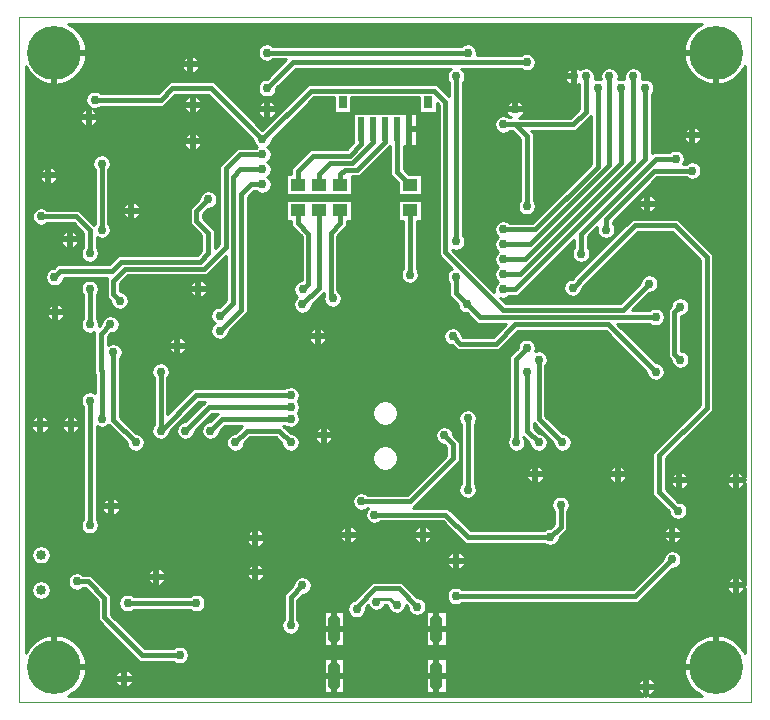
<source format=gbr>
G04 PROTEUS GERBER X2 FILE*
%TF.GenerationSoftware,Labcenter,Proteus,8.17-SP5-Build39395*%
%TF.CreationDate,2024-11-13T15:27:42+00:00*%
%TF.FileFunction,Copper,L2,Bot*%
%TF.FilePolarity,Positive*%
%TF.Part,Single*%
%TF.SameCoordinates,{0a1d241a-e0a6-4a76-8978-5e44ef8297c2}*%
%FSLAX45Y45*%
%MOMM*%
G01*
%TA.AperFunction,Conductor*%
%ADD11C,0.381000*%
%ADD12C,0.254000*%
%TA.AperFunction,ViaPad*%
%ADD13C,0.762000*%
%TA.AperFunction,Conductor*%
%ADD10C,0.508000*%
%AMPPAD006*
4,1,36,
-0.195200,1.100000,
0.195200,1.100000,
0.256620,1.093810,
0.313830,1.076040,
0.365610,1.047940,
0.410720,1.010720,
0.447940,0.965600,
0.476040,0.913830,
0.493810,0.856620,
0.500000,0.795200,
0.500000,-0.795200,
0.493810,-0.856620,
0.476040,-0.913830,
0.447940,-0.965600,
0.410720,-1.010720,
0.365610,-1.047940,
0.313830,-1.076040,
0.256620,-1.093810,
0.195200,-1.100000,
-0.195200,-1.100000,
-0.256620,-1.093810,
-0.313830,-1.076040,
-0.365610,-1.047940,
-0.410720,-1.010720,
-0.447940,-0.965600,
-0.476040,-0.913830,
-0.493810,-0.856620,
-0.500000,-0.795200,
-0.500000,0.795200,
-0.493810,0.856620,
-0.476040,0.913830,
-0.447940,0.965600,
-0.410720,1.010720,
-0.365610,1.047940,
-0.313830,1.076040,
-0.256620,1.093810,
-0.195200,1.100000,
0*%
%TA.AperFunction,WasherPad*%
%ADD16PPAD006*%
%TA.AperFunction,OtherPad,Unknown*%
%ADD19C,0.762000*%
%TA.AperFunction,ComponentPad*%
%ADD72C,0.850000*%
%TA.AperFunction,OtherPad,Unknown*%
%ADD32C,4.572000*%
%TA.AperFunction,SMDPad,CuDef*%
%ADD44R,1.270000X1.016000*%
%TA.AperFunction,SMDPad,CuDef*%
%ADD40R,0.600000X2.000000*%
%ADD41R,0.750000X1.000000*%
%TA.AperFunction,Profile*%
%ADD43C,0.101600*%
%TD.AperFunction*%
%TA.AperFunction,Conductor*%
G36*
X-4250992Y+6725976D02*
X-4292176Y+6692177D01*
X-4325975Y+6650993D01*
X-4351090Y+6604006D01*
X-4366556Y+6553022D01*
X-4371779Y+6500000D01*
X-4366557Y+6446979D01*
X-4351091Y+6395995D01*
X-4325976Y+6349008D01*
X-4292177Y+6307824D01*
X-4250993Y+6274025D01*
X-4204006Y+6248910D01*
X-4153022Y+6233444D01*
X-4100000Y+6228221D01*
X-4046979Y+6233443D01*
X-3995995Y+6248909D01*
X-3949008Y+6274024D01*
X-3907824Y+6307823D01*
X-3874025Y+6349007D01*
X-3855880Y+6382954D01*
X-3855880Y+2903220D01*
X-3857255Y+2910132D01*
X-3874323Y+2935677D01*
X-3899868Y+2952746D01*
X-3930000Y+2958739D01*
X-3960132Y+2952745D01*
X-3985677Y+2935677D01*
X-4002746Y+2910132D01*
X-4008739Y+2880000D01*
X-4002745Y+2849868D01*
X-3985677Y+2824323D01*
X-3960132Y+2807254D01*
X-3930000Y+2801261D01*
X-3899868Y+2807255D01*
X-3874323Y+2824323D01*
X-3857254Y+2849868D01*
X-3855880Y+2856776D01*
X-3855880Y+2013220D01*
X-3857255Y+2020132D01*
X-3874323Y+2045677D01*
X-3899868Y+2062746D01*
X-3930000Y+2068739D01*
X-3960132Y+2062745D01*
X-3985677Y+2045677D01*
X-4002746Y+2020132D01*
X-4008739Y+1990000D01*
X-4002745Y+1959868D01*
X-3985677Y+1934323D01*
X-3960132Y+1917254D01*
X-3930000Y+1911261D01*
X-3899868Y+1917255D01*
X-3874323Y+1934323D01*
X-3857254Y+1959868D01*
X-3855880Y+1966776D01*
X-3855880Y+1417047D01*
X-3874024Y+1450992D01*
X-3907823Y+1492176D01*
X-3949007Y+1525975D01*
X-3995994Y+1551090D01*
X-4046978Y+1566556D01*
X-4100000Y+1571779D01*
X-4153021Y+1566557D01*
X-4204005Y+1551091D01*
X-4250992Y+1525976D01*
X-4292176Y+1492177D01*
X-4325975Y+1450993D01*
X-4351090Y+1404006D01*
X-4366556Y+1353022D01*
X-4371779Y+1300000D01*
X-4366557Y+1246979D01*
X-4351091Y+1195995D01*
X-4325976Y+1149008D01*
X-4292177Y+1107824D01*
X-4250993Y+1074025D01*
X-4217046Y+1055880D01*
X-4666780Y+1055880D01*
X-4659868Y+1057255D01*
X-4634323Y+1074323D01*
X-4617254Y+1099868D01*
X-4611261Y+1130000D01*
X-4617255Y+1160132D01*
X-4634323Y+1185677D01*
X-4659868Y+1202746D01*
X-4690000Y+1208739D01*
X-4720132Y+1202745D01*
X-4745677Y+1185677D01*
X-4762746Y+1160132D01*
X-4768739Y+1130000D01*
X-4762745Y+1099868D01*
X-4745677Y+1074323D01*
X-4720132Y+1057254D01*
X-4713224Y+1055880D01*
X-9582953Y+1055880D01*
X-9549008Y+1074024D01*
X-9507824Y+1107823D01*
X-9474025Y+1149007D01*
X-9448910Y+1195994D01*
X-9433444Y+1246978D01*
X-9428221Y+1300000D01*
X-9433443Y+1353021D01*
X-9448909Y+1404005D01*
X-9474024Y+1450992D01*
X-9507823Y+1492176D01*
X-9549007Y+1525975D01*
X-9595994Y+1551090D01*
X-9646978Y+1566556D01*
X-9700000Y+1571779D01*
X-9753021Y+1566557D01*
X-9804005Y+1551091D01*
X-9850992Y+1525976D01*
X-9892176Y+1492177D01*
X-9925975Y+1450993D01*
X-9944120Y+1417046D01*
X-9944120Y+6382953D01*
X-9925976Y+6349008D01*
X-9892177Y+6307824D01*
X-9850993Y+6274025D01*
X-9804006Y+6248910D01*
X-9753022Y+6233444D01*
X-9700000Y+6228221D01*
X-9646979Y+6233443D01*
X-9595995Y+6248909D01*
X-9549008Y+6274024D01*
X-9507824Y+6307823D01*
X-9474025Y+6349007D01*
X-9448910Y+6395994D01*
X-9433444Y+6446978D01*
X-9428221Y+6500000D01*
X-9433443Y+6553021D01*
X-9448909Y+6604005D01*
X-9474024Y+6650992D01*
X-9507823Y+6692176D01*
X-9549007Y+6725975D01*
X-9582954Y+6744120D01*
X-4217047Y+6744120D01*
X-4250992Y+6725976D01*
G37*
%TD.AperFunction*%
%LPC*%
G36*
X-7243901Y+1074901D02*
X-7420099Y+1074901D01*
X-7420099Y+1371099D01*
X-7243901Y+1371099D01*
X-7243901Y+1074901D01*
G37*
G36*
X-7243901Y+1474891D02*
X-7420099Y+1474891D01*
X-7420099Y+1771089D01*
X-7243901Y+1771089D01*
X-7243901Y+1474891D01*
G37*
G36*
X-6379901Y+1474889D02*
X-6556099Y+1474889D01*
X-6556099Y+1771087D01*
X-6379901Y+1771087D01*
X-6379901Y+1474889D01*
G37*
G36*
X-6379901Y+1074901D02*
X-6556099Y+1074901D01*
X-6556099Y+1371099D01*
X-6379901Y+1371099D01*
X-6379901Y+1074901D01*
G37*
G36*
X-8072746Y+2130132D02*
X-8055677Y+2155677D01*
X-8030132Y+2172745D01*
X-8000000Y+2178739D01*
X-7969868Y+2172746D01*
X-7944323Y+2155677D01*
X-7927255Y+2130132D01*
X-7921261Y+2100000D01*
X-7927254Y+2069868D01*
X-7944323Y+2044323D01*
X-7969868Y+2027255D01*
X-8000000Y+2021261D01*
X-8030132Y+2027254D01*
X-8055677Y+2044323D01*
X-8072745Y+2069868D01*
X-8078739Y+2100000D01*
X-8072746Y+2130132D01*
G37*
G36*
X-8762866Y+2030876D02*
X-8779935Y+2005331D01*
X-8805480Y+1988263D01*
X-8835612Y+1982269D01*
X-8865744Y+1988262D01*
X-8891289Y+2005331D01*
X-8908357Y+2030876D01*
X-8914351Y+2061008D01*
X-8908358Y+2091140D01*
X-8891289Y+2116685D01*
X-8865744Y+2133753D01*
X-8835612Y+2139747D01*
X-8805480Y+2133754D01*
X-8779935Y+2116685D01*
X-8762867Y+2091140D01*
X-8756873Y+2061008D01*
X-8762866Y+2030876D01*
G37*
G36*
X-7827254Y+5989868D02*
X-7844323Y+5964323D01*
X-7869868Y+5947255D01*
X-7900000Y+5941261D01*
X-7930132Y+5947254D01*
X-7955677Y+5964323D01*
X-7972745Y+5989868D01*
X-7978739Y+6020000D01*
X-7972746Y+6050132D01*
X-7955677Y+6075677D01*
X-7930132Y+6092745D01*
X-7900000Y+6098739D01*
X-7869868Y+6092746D01*
X-7844323Y+6075677D01*
X-7827255Y+6050132D01*
X-7821261Y+6020000D01*
X-7827254Y+5989868D01*
G37*
G36*
X-6799907Y+3028541D02*
X-6823392Y+2993393D01*
X-6858540Y+2969908D01*
X-6900000Y+2961661D01*
X-6941459Y+2969907D01*
X-6976607Y+2993392D01*
X-7000092Y+3028540D01*
X-7008339Y+3070000D01*
X-7000093Y+3111459D01*
X-6976608Y+3146607D01*
X-6941460Y+3170092D01*
X-6900000Y+3178339D01*
X-6858541Y+3170093D01*
X-6823393Y+3146608D01*
X-6799908Y+3111460D01*
X-6791661Y+3070000D01*
X-6799907Y+3028541D01*
G37*
G36*
X-6799907Y+3408541D02*
X-6823392Y+3373393D01*
X-6858540Y+3349908D01*
X-6900000Y+3341661D01*
X-6941459Y+3349907D01*
X-6976607Y+3373392D01*
X-7000092Y+3408540D01*
X-7008339Y+3450000D01*
X-7000093Y+3491459D01*
X-6976608Y+3526607D01*
X-6941460Y+3550092D01*
X-6900000Y+3558339D01*
X-6858541Y+3550093D01*
X-6823393Y+3526608D01*
X-6799908Y+3491460D01*
X-6791661Y+3450000D01*
X-6799907Y+3408541D01*
G37*
G36*
X-6652746Y+2450132D02*
X-6635677Y+2475677D01*
X-6610132Y+2492745D01*
X-6580000Y+2498739D01*
X-6549868Y+2492746D01*
X-6524323Y+2475677D01*
X-6507255Y+2450132D01*
X-6501261Y+2420000D01*
X-6507254Y+2389868D01*
X-6524323Y+2364323D01*
X-6549868Y+2347255D01*
X-6580000Y+2341261D01*
X-6610132Y+2347254D01*
X-6635677Y+2364323D01*
X-6652745Y+2389868D01*
X-6658739Y+2420000D01*
X-6652746Y+2450132D01*
G37*
G36*
X-7282746Y+2450132D02*
X-7265677Y+2475677D01*
X-7240132Y+2492745D01*
X-7210000Y+2498739D01*
X-7179868Y+2492746D01*
X-7154323Y+2475677D01*
X-7137255Y+2450132D01*
X-7131261Y+2420000D01*
X-7137254Y+2389868D01*
X-7154323Y+2364323D01*
X-7179868Y+2347255D01*
X-7210000Y+2341261D01*
X-7240132Y+2347254D01*
X-7265677Y+2364323D01*
X-7282745Y+2389868D01*
X-7288739Y+2420000D01*
X-7282746Y+2450132D01*
G37*
G36*
X-9845936Y+2173190D02*
X-9872908Y+2191212D01*
X-9890930Y+2218184D01*
X-9897259Y+2250000D01*
X-9890930Y+2281816D01*
X-9872908Y+2308788D01*
X-9845936Y+2326810D01*
X-9814120Y+2333139D01*
X-9782304Y+2326810D01*
X-9755332Y+2308788D01*
X-9737310Y+2281816D01*
X-9730981Y+2250000D01*
X-9737310Y+2218184D01*
X-9755332Y+2191212D01*
X-9782304Y+2173190D01*
X-9814120Y+2166861D01*
X-9845936Y+2173190D01*
G37*
G36*
X-9845936Y+1873190D02*
X-9872908Y+1891212D01*
X-9890930Y+1918184D01*
X-9897259Y+1950000D01*
X-9890930Y+1981816D01*
X-9872908Y+2008788D01*
X-9845936Y+2026810D01*
X-9814120Y+2033139D01*
X-9782304Y+2026810D01*
X-9755332Y+2008788D01*
X-9737310Y+1981816D01*
X-9730981Y+1950000D01*
X-9737310Y+1918184D01*
X-9755332Y+1891212D01*
X-9782304Y+1873190D01*
X-9814120Y+1866861D01*
X-9845936Y+1873190D01*
G37*
G36*
X-9037254Y+1169868D02*
X-9054323Y+1144323D01*
X-9079868Y+1127255D01*
X-9110000Y+1121261D01*
X-9140132Y+1127254D01*
X-9165677Y+1144323D01*
X-9182745Y+1169868D01*
X-9188739Y+1200000D01*
X-9182746Y+1230132D01*
X-9165677Y+1255677D01*
X-9140132Y+1272745D01*
X-9110000Y+1278739D01*
X-9079868Y+1272746D01*
X-9054323Y+1255677D01*
X-9037255Y+1230132D01*
X-9031261Y+1200000D01*
X-9037254Y+1169868D01*
G37*
G36*
X-8072746Y+2420132D02*
X-8055677Y+2445677D01*
X-8030132Y+2462745D01*
X-8000000Y+2468739D01*
X-7969868Y+2462746D01*
X-7944323Y+2445677D01*
X-7927255Y+2420132D01*
X-7921261Y+2390000D01*
X-7927254Y+2359868D01*
X-7944323Y+2334323D01*
X-7969868Y+2317255D01*
X-8000000Y+2311261D01*
X-8030132Y+2317254D01*
X-8055677Y+2334323D01*
X-8072745Y+2359868D01*
X-8078739Y+2390000D01*
X-8072746Y+2420132D01*
G37*
G36*
X-9618174Y+4270928D02*
X-9635243Y+4245383D01*
X-9660788Y+4228315D01*
X-9690920Y+4222321D01*
X-9721052Y+4228314D01*
X-9746597Y+4245383D01*
X-9763665Y+4270928D01*
X-9769659Y+4301060D01*
X-9763666Y+4331192D01*
X-9746597Y+4356737D01*
X-9721052Y+4373805D01*
X-9690920Y+4379799D01*
X-9660788Y+4373806D01*
X-9635243Y+4356737D01*
X-9618175Y+4331192D01*
X-9612181Y+4301060D01*
X-9618174Y+4270928D01*
G37*
G36*
X-9635506Y+3383182D02*
X-9618437Y+3408727D01*
X-9592892Y+3425795D01*
X-9562760Y+3431789D01*
X-9532628Y+3425796D01*
X-9507083Y+3408727D01*
X-9490015Y+3383182D01*
X-9484021Y+3353050D01*
X-9490014Y+3322918D01*
X-9507083Y+3297373D01*
X-9532628Y+3280305D01*
X-9562760Y+3274311D01*
X-9592892Y+3280304D01*
X-9618437Y+3297373D01*
X-9635505Y+3322918D01*
X-9641499Y+3353050D01*
X-9635506Y+3383182D01*
G37*
G36*
X-9497254Y+4890928D02*
X-9514323Y+4865383D01*
X-9539868Y+4848315D01*
X-9570000Y+4842321D01*
X-9600132Y+4848314D01*
X-9625677Y+4865383D01*
X-9642745Y+4890928D01*
X-9648739Y+4921060D01*
X-9642746Y+4951192D01*
X-9625677Y+4976737D01*
X-9600132Y+4993805D01*
X-9570000Y+4999799D01*
X-9539868Y+4993806D01*
X-9514323Y+4976737D01*
X-9497255Y+4951192D01*
X-9491261Y+4921060D01*
X-9497254Y+4890928D01*
G37*
G36*
X-9894586Y+3383182D02*
X-9877517Y+3408727D01*
X-9851972Y+3425795D01*
X-9821840Y+3431789D01*
X-9791708Y+3425796D01*
X-9766163Y+3408727D01*
X-9749095Y+3383182D01*
X-9743101Y+3353050D01*
X-9749094Y+3322918D01*
X-9766163Y+3297373D01*
X-9791708Y+3280305D01*
X-9821840Y+3274311D01*
X-9851972Y+3280304D01*
X-9877517Y+3297373D01*
X-9894585Y+3322918D01*
X-9900579Y+3353050D01*
X-9894586Y+3383182D01*
G37*
G36*
X-7397254Y+4069868D02*
X-7414323Y+4044323D01*
X-7439868Y+4027255D01*
X-7470000Y+4021261D01*
X-7500132Y+4027254D01*
X-7525677Y+4044323D01*
X-7542745Y+4069868D01*
X-7548739Y+4100000D01*
X-7542746Y+4130132D01*
X-7525677Y+4155677D01*
X-7500132Y+4172745D01*
X-7470000Y+4178739D01*
X-7439868Y+4172746D01*
X-7414323Y+4155677D01*
X-7397255Y+4130132D01*
X-7391261Y+4100000D01*
X-7397254Y+4069868D01*
G37*
G36*
X-8407254Y+4469868D02*
X-8424323Y+4444323D01*
X-8449868Y+4427255D01*
X-8480000Y+4421261D01*
X-8510132Y+4427254D01*
X-8535677Y+4444323D01*
X-8552745Y+4469868D01*
X-8558739Y+4500000D01*
X-8552746Y+4530132D01*
X-8535677Y+4555677D01*
X-8510132Y+4572745D01*
X-8480000Y+4578739D01*
X-8449868Y+4572746D01*
X-8424323Y+4555677D01*
X-8407255Y+4530132D01*
X-8401261Y+4500000D01*
X-8407254Y+4469868D01*
G37*
G36*
X-8587254Y+3989868D02*
X-8604323Y+3964323D01*
X-8629868Y+3947255D01*
X-8660000Y+3941261D01*
X-8690132Y+3947254D01*
X-8715677Y+3964323D01*
X-8732745Y+3989868D01*
X-8738739Y+4020000D01*
X-8732746Y+4050132D01*
X-8715677Y+4075677D01*
X-8690132Y+4092745D01*
X-8660000Y+4098739D01*
X-8629868Y+4092746D01*
X-8604323Y+4075677D01*
X-8587255Y+4050132D01*
X-8581261Y+4020000D01*
X-8587254Y+3989868D01*
G37*
G36*
X-9147254Y+2629868D02*
X-9164323Y+2604323D01*
X-9189868Y+2587255D01*
X-9220000Y+2581261D01*
X-9250132Y+2587254D01*
X-9275677Y+2604323D01*
X-9292745Y+2629868D01*
X-9298739Y+2660000D01*
X-9292746Y+2690132D01*
X-9275677Y+2715677D01*
X-9250132Y+2732745D01*
X-9220000Y+2738739D01*
X-9189868Y+2732746D01*
X-9164323Y+2715677D01*
X-9147255Y+2690132D01*
X-9141261Y+2660000D01*
X-9147254Y+2629868D01*
G37*
G36*
X-8457254Y+5719868D02*
X-8474323Y+5694323D01*
X-8499868Y+5677255D01*
X-8530000Y+5671261D01*
X-8560132Y+5677254D01*
X-8585677Y+5694323D01*
X-8602745Y+5719868D01*
X-8608739Y+5750000D01*
X-8602746Y+5780132D01*
X-8585677Y+5805677D01*
X-8560132Y+5822745D01*
X-8530000Y+5828739D01*
X-8499868Y+5822746D01*
X-8474323Y+5805677D01*
X-8457255Y+5780132D01*
X-8451261Y+5750000D01*
X-8457254Y+5719868D01*
G37*
G36*
X-8560132Y+5987254D02*
X-8585677Y+6004323D01*
X-8602745Y+6029868D01*
X-8608739Y+6060000D01*
X-8602746Y+6090132D01*
X-8585677Y+6115677D01*
X-8560132Y+6132745D01*
X-8530000Y+6138739D01*
X-8499868Y+6132746D01*
X-8474323Y+6115677D01*
X-8457255Y+6090132D01*
X-8451261Y+6060000D01*
X-8457254Y+6029868D01*
X-8474323Y+6004323D01*
X-8499868Y+5987255D01*
X-8530000Y+5981261D01*
X-8560132Y+5987254D01*
G37*
G36*
X-6169868Y+6572746D02*
X-6144323Y+6555677D01*
X-6127255Y+6530132D01*
X-6121261Y+6500000D01*
X-6125806Y+6477149D01*
X-5753474Y+6477149D01*
X-5730132Y+6492745D01*
X-5700000Y+6498739D01*
X-5669868Y+6492746D01*
X-5644323Y+6475677D01*
X-5627255Y+6450132D01*
X-5621261Y+6420000D01*
X-5627254Y+6389868D01*
X-5644323Y+6364323D01*
X-5669868Y+6347255D01*
X-5700000Y+6341261D01*
X-5730132Y+6347254D01*
X-5753475Y+6362851D01*
X-6255060Y+6362851D01*
X-6244323Y+6355677D01*
X-6227255Y+6330132D01*
X-6221261Y+6300000D01*
X-6227254Y+6269868D01*
X-6242852Y+6246525D01*
X-6242852Y+4956014D01*
X-6227255Y+4932672D01*
X-6221261Y+4902540D01*
X-6227254Y+4872408D01*
X-6244323Y+4846863D01*
X-6269868Y+4829795D01*
X-6300000Y+4823801D01*
X-6330132Y+4829794D01*
X-6332745Y+4831539D01*
X-5974771Y+4473564D01*
X-5979228Y+4495974D01*
X-5973235Y+4526106D01*
X-5956166Y+4551651D01*
X-5943835Y+4559890D01*
X-5955613Y+4567761D01*
X-5972681Y+4593306D01*
X-5978675Y+4623438D01*
X-5972682Y+4653570D01*
X-5955613Y+4679115D01*
X-5944265Y+4686697D01*
X-5955677Y+4694323D01*
X-5972745Y+4719868D01*
X-5978739Y+4750000D01*
X-5972746Y+4780132D01*
X-5955677Y+4805677D01*
X-5944236Y+4813321D01*
X-5955945Y+4821146D01*
X-5973013Y+4846691D01*
X-5979007Y+4876823D01*
X-5973014Y+4906955D01*
X-5955945Y+4932500D01*
X-5943971Y+4940500D01*
X-5955677Y+4948323D01*
X-5972745Y+4973868D01*
X-5978739Y+5004000D01*
X-5972746Y+5034132D01*
X-5955677Y+5059677D01*
X-5930132Y+5076745D01*
X-5900000Y+5082739D01*
X-5869868Y+5076746D01*
X-5846526Y+5061149D01*
X-5653367Y+5061149D01*
X-5157149Y+5557367D01*
X-5157149Y+5962368D01*
X-5283585Y+5835932D01*
X-5661175Y+5835932D01*
X-5642852Y+5817609D01*
X-5642852Y+5253474D01*
X-5627255Y+5230132D01*
X-5621261Y+5200000D01*
X-5627254Y+5169868D01*
X-5644323Y+5144323D01*
X-5669868Y+5127255D01*
X-5700000Y+5121261D01*
X-5730132Y+5127254D01*
X-5755677Y+5144323D01*
X-5772745Y+5169868D01*
X-5778739Y+5200000D01*
X-5772746Y+5230132D01*
X-5757149Y+5253474D01*
X-5757149Y+5770265D01*
X-5822816Y+5835932D01*
X-5846527Y+5835932D01*
X-5869868Y+5820336D01*
X-5900000Y+5814342D01*
X-5930132Y+5820335D01*
X-5955677Y+5837404D01*
X-5972745Y+5862949D01*
X-5978739Y+5893081D01*
X-5972746Y+5923213D01*
X-5955677Y+5948758D01*
X-5930132Y+5965826D01*
X-5900000Y+5971820D01*
X-5869868Y+5965827D01*
X-5847477Y+5950865D01*
X-5835537Y+5950865D01*
X-5855677Y+5964323D01*
X-5872745Y+5989868D01*
X-5878739Y+6020000D01*
X-5872746Y+6050132D01*
X-5855677Y+6075677D01*
X-5830132Y+6092745D01*
X-5800000Y+6098739D01*
X-5769868Y+6092746D01*
X-5744323Y+6075677D01*
X-5727255Y+6050132D01*
X-5721261Y+6020000D01*
X-5727254Y+5989868D01*
X-5744323Y+5964323D01*
X-5765416Y+5950230D01*
X-5330927Y+5950230D01*
X-5258621Y+6022536D01*
X-5258621Y+6234769D01*
X-5269868Y+6227255D01*
X-5300000Y+6221261D01*
X-5330132Y+6227254D01*
X-5355677Y+6244323D01*
X-5372745Y+6269868D01*
X-5378739Y+6300000D01*
X-5372746Y+6330132D01*
X-5355677Y+6355677D01*
X-5330132Y+6372745D01*
X-5300000Y+6378739D01*
X-5269868Y+6372746D01*
X-5250000Y+6359470D01*
X-5230132Y+6372745D01*
X-5200000Y+6378739D01*
X-5169868Y+6372746D01*
X-5144323Y+6355677D01*
X-5127255Y+6330132D01*
X-5121261Y+6300000D01*
X-5126540Y+6273459D01*
X-5100000Y+6278739D01*
X-5073460Y+6273460D01*
X-5078739Y+6300000D01*
X-5072746Y+6330132D01*
X-5055677Y+6355677D01*
X-5030132Y+6372745D01*
X-5000000Y+6378739D01*
X-4969868Y+6372746D01*
X-4944323Y+6355677D01*
X-4927255Y+6330132D01*
X-4921261Y+6300000D01*
X-4926540Y+6273459D01*
X-4900000Y+6278739D01*
X-4873460Y+6273460D01*
X-4878739Y+6300000D01*
X-4872746Y+6330132D01*
X-4855677Y+6355677D01*
X-4830132Y+6372745D01*
X-4800000Y+6378739D01*
X-4769868Y+6372746D01*
X-4744323Y+6355677D01*
X-4727255Y+6330132D01*
X-4721261Y+6300000D01*
X-4726540Y+6273459D01*
X-4700000Y+6278739D01*
X-4669868Y+6272746D01*
X-4644323Y+6255677D01*
X-4627255Y+6230132D01*
X-4621261Y+6200000D01*
X-4627254Y+6169868D01*
X-4642851Y+6146525D01*
X-4642851Y+5646579D01*
X-4633713Y+5655717D01*
X-4626461Y+5655717D01*
X-4625029Y+5657149D01*
X-4493474Y+5657149D01*
X-4470132Y+5672745D01*
X-4440000Y+5678739D01*
X-4409868Y+5672746D01*
X-4384323Y+5655677D01*
X-4367255Y+5630132D01*
X-4361261Y+5600000D01*
X-4367254Y+5569868D01*
X-4375753Y+5557149D01*
X-4353474Y+5557149D01*
X-4330132Y+5572745D01*
X-4300000Y+5578739D01*
X-4269868Y+5572746D01*
X-4244323Y+5555677D01*
X-4227255Y+5530132D01*
X-4221261Y+5500000D01*
X-4227254Y+5469868D01*
X-4244323Y+5444323D01*
X-4269868Y+5427255D01*
X-4300000Y+5421261D01*
X-4330132Y+5427254D01*
X-4353475Y+5442851D01*
X-4598591Y+5442851D01*
X-4972851Y+5068591D01*
X-4972851Y+5053473D01*
X-4957255Y+5030132D01*
X-4951261Y+5000000D01*
X-4957254Y+4969868D01*
X-4974323Y+4944323D01*
X-4999868Y+4927255D01*
X-5030000Y+4921261D01*
X-5060132Y+4927254D01*
X-5085677Y+4944323D01*
X-5102745Y+4969868D01*
X-5108739Y+5000000D01*
X-5104010Y+5023780D01*
X-5184114Y+4943676D01*
X-5184114Y+4852210D01*
X-5168518Y+4828869D01*
X-5162524Y+4798737D01*
X-5168517Y+4768605D01*
X-5185586Y+4743060D01*
X-5211131Y+4725992D01*
X-5241263Y+4719998D01*
X-5271395Y+4725991D01*
X-5296940Y+4743060D01*
X-5314008Y+4768605D01*
X-5320002Y+4798737D01*
X-5314009Y+4828869D01*
X-5298412Y+4852211D01*
X-5298412Y+4916652D01*
X-5776239Y+4438825D01*
X-5847016Y+4438825D01*
X-5870357Y+4423229D01*
X-5900489Y+4417235D01*
X-5922898Y+4421691D01*
X-5877718Y+4376512D01*
X-4911685Y+4376512D01*
X-4742276Y+4545921D01*
X-4736799Y+4573456D01*
X-4719730Y+4599001D01*
X-4694185Y+4616069D01*
X-4664053Y+4622063D01*
X-4633921Y+4616070D01*
X-4608376Y+4599001D01*
X-4591308Y+4573456D01*
X-4585314Y+4543324D01*
X-4591307Y+4513192D01*
X-4608376Y+4487647D01*
X-4633921Y+4470579D01*
X-4661456Y+4465101D01*
X-4808047Y+4318510D01*
X-4663475Y+4318510D01*
X-4640132Y+4334107D01*
X-4610000Y+4340101D01*
X-4579868Y+4334108D01*
X-4554323Y+4317039D01*
X-4537255Y+4291494D01*
X-4531261Y+4261362D01*
X-4537254Y+4231230D01*
X-4554323Y+4205685D01*
X-4579868Y+4188617D01*
X-4610000Y+4182623D01*
X-4640132Y+4188616D01*
X-4663475Y+4204213D01*
X-4933393Y+4204213D01*
X-4607403Y+3878222D01*
X-4579868Y+3872746D01*
X-4554323Y+3855677D01*
X-4537255Y+3830132D01*
X-4531261Y+3800000D01*
X-4537254Y+3769868D01*
X-4554323Y+3744323D01*
X-4579868Y+3727255D01*
X-4610000Y+3721261D01*
X-4640132Y+3727254D01*
X-4665677Y+3744323D01*
X-4682745Y+3769868D01*
X-4688223Y+3797402D01*
X-5033671Y+4142851D01*
X-5776329Y+4142851D01*
X-5939245Y+3979935D01*
X-6288854Y+3979935D01*
X-6330381Y+4021461D01*
X-6357915Y+4026938D01*
X-6383460Y+4044007D01*
X-6400528Y+4069552D01*
X-6406522Y+4099684D01*
X-6400529Y+4129816D01*
X-6383460Y+4155361D01*
X-6357915Y+4172429D01*
X-6327783Y+4178423D01*
X-6297651Y+4172430D01*
X-6272106Y+4155361D01*
X-6255038Y+4129816D01*
X-6249561Y+4102281D01*
X-6241512Y+4094233D01*
X-5986587Y+4094233D01*
X-5876607Y+4204213D01*
X-6121773Y+4204214D01*
X-6209337Y+4291777D01*
X-6236871Y+4297254D01*
X-6262416Y+4314323D01*
X-6279484Y+4339868D01*
X-6284962Y+4367402D01*
X-6357148Y+4439589D01*
X-6357148Y+4463261D01*
X-6357149Y+4546525D01*
X-6372745Y+4569868D01*
X-6378739Y+4600000D01*
X-6372746Y+4630132D01*
X-6355677Y+4655677D01*
X-6333404Y+4670558D01*
X-6447148Y+4784303D01*
X-6447148Y+6057684D01*
X-6464401Y+6074937D01*
X-6464401Y+5991901D01*
X-6615599Y+5991901D01*
X-6615599Y+6120656D01*
X-7184401Y+6120656D01*
X-7184401Y+5991901D01*
X-7335599Y+5991901D01*
X-7335599Y+6120656D01*
X-7504371Y+6120656D01*
X-7861642Y+5763385D01*
X-7867118Y+5735851D01*
X-7884187Y+5710306D01*
X-7895977Y+5702429D01*
X-7884478Y+5694746D01*
X-7867410Y+5669201D01*
X-7861416Y+5639069D01*
X-7867409Y+5608937D01*
X-7884478Y+5583392D01*
X-7896302Y+5575492D01*
X-7884575Y+5567657D01*
X-7867507Y+5542112D01*
X-7861513Y+5511980D01*
X-7867506Y+5481848D01*
X-7884575Y+5456303D01*
X-7896098Y+5448603D01*
X-7884230Y+5440674D01*
X-7867162Y+5415129D01*
X-7861168Y+5384997D01*
X-7867161Y+5354865D01*
X-7884230Y+5329320D01*
X-7909775Y+5312252D01*
X-7939907Y+5306258D01*
X-7970039Y+5312251D01*
X-7993382Y+5327848D01*
X-8011332Y+5327848D01*
X-8062851Y+5276329D01*
X-8062851Y+4301393D01*
X-8221900Y+4142344D01*
X-8227376Y+4114810D01*
X-8244445Y+4089265D01*
X-8269990Y+4072197D01*
X-8300122Y+4066203D01*
X-8330254Y+4072196D01*
X-8355799Y+4089265D01*
X-8372867Y+4114810D01*
X-8378861Y+4144942D01*
X-8372868Y+4175074D01*
X-8355799Y+4200619D01*
X-8343846Y+4208605D01*
X-8355911Y+4216668D01*
X-8372979Y+4242213D01*
X-8378973Y+4272345D01*
X-8372980Y+4302477D01*
X-8355911Y+4328022D01*
X-8330366Y+4345090D01*
X-8302832Y+4350567D01*
X-8247148Y+4406251D01*
X-8247148Y+4776452D01*
X-8409431Y+4614169D01*
X-9075011Y+4614169D01*
X-9142852Y+4546328D01*
X-9142852Y+4477947D01*
X-9117186Y+4472843D01*
X-9091641Y+4455774D01*
X-9074573Y+4430229D01*
X-9068579Y+4400097D01*
X-9074572Y+4369965D01*
X-9091641Y+4344420D01*
X-9117186Y+4327352D01*
X-9147318Y+4321358D01*
X-9177450Y+4327351D01*
X-9202995Y+4344420D01*
X-9220063Y+4369965D01*
X-9225541Y+4397499D01*
X-9257148Y+4429107D01*
X-9257148Y+4592851D01*
X-9622683Y+4592851D01*
X-9627254Y+4569868D01*
X-9644323Y+4544323D01*
X-9669868Y+4527255D01*
X-9700000Y+4521261D01*
X-9730132Y+4527254D01*
X-9755677Y+4544323D01*
X-9772745Y+4569868D01*
X-9778739Y+4600000D01*
X-9772746Y+4630132D01*
X-9755677Y+4655677D01*
X-9730132Y+4672745D01*
X-9702598Y+4678222D01*
X-9673671Y+4707149D01*
X-9237526Y+4707149D01*
X-9157982Y+4786693D01*
X-8494127Y+4786693D01*
X-8457149Y+4823671D01*
X-8457149Y+4953146D01*
X-8555913Y+5051910D01*
X-8555913Y+5180956D01*
X-8476337Y+5260532D01*
X-8470860Y+5288067D01*
X-8453791Y+5313612D01*
X-8428246Y+5330680D01*
X-8398114Y+5336674D01*
X-8367982Y+5330681D01*
X-8342437Y+5313612D01*
X-8325369Y+5288067D01*
X-8319375Y+5257935D01*
X-8325368Y+5227803D01*
X-8342437Y+5202258D01*
X-8367982Y+5185190D01*
X-8395517Y+5179712D01*
X-8441615Y+5133614D01*
X-8441615Y+5099252D01*
X-8342851Y+5000489D01*
X-8342851Y+4842389D01*
X-8307149Y+4878091D01*
X-8307149Y+5543671D01*
X-8154602Y+5696218D01*
X-7993629Y+5696218D01*
X-7984043Y+5702622D01*
X-7995541Y+5710306D01*
X-8012609Y+5735851D01*
X-8018087Y+5763385D01*
X-8397553Y+6142851D01*
X-8676329Y+6142851D01*
X-8776329Y+6042851D01*
X-9306527Y+6042851D01*
X-9329868Y+6027255D01*
X-9360000Y+6021261D01*
X-9376729Y+6024588D01*
X-9354323Y+6009617D01*
X-9337255Y+5984072D01*
X-9331261Y+5953940D01*
X-9337254Y+5923808D01*
X-9354323Y+5898263D01*
X-9379868Y+5881195D01*
X-9410000Y+5875201D01*
X-9440132Y+5881194D01*
X-9465677Y+5898263D01*
X-9482745Y+5923808D01*
X-9488739Y+5953940D01*
X-9482746Y+5984072D01*
X-9465677Y+6009617D01*
X-9440132Y+6026685D01*
X-9410000Y+6032679D01*
X-9393272Y+6029351D01*
X-9415677Y+6044323D01*
X-9432745Y+6069868D01*
X-9438739Y+6100000D01*
X-9432746Y+6130132D01*
X-9415677Y+6155677D01*
X-9390132Y+6172745D01*
X-9360000Y+6178739D01*
X-9329868Y+6172746D01*
X-9306526Y+6157149D01*
X-8823671Y+6157149D01*
X-8723671Y+6257149D01*
X-8350210Y+6257149D01*
X-7939864Y+5846803D01*
X-7551713Y+6234954D01*
X-6462778Y+6234954D01*
X-6357149Y+6129325D01*
X-6357149Y+6246526D01*
X-6372745Y+6269868D01*
X-6378739Y+6300000D01*
X-6372746Y+6330132D01*
X-6355677Y+6355677D01*
X-6344940Y+6362851D01*
X-7656329Y+6362851D01*
X-7821778Y+6197402D01*
X-7827254Y+6169868D01*
X-7844323Y+6144323D01*
X-7869868Y+6127255D01*
X-7900000Y+6121261D01*
X-7930132Y+6127254D01*
X-7955677Y+6144323D01*
X-7972745Y+6169868D01*
X-7978739Y+6200000D01*
X-7972746Y+6230132D01*
X-7955677Y+6255677D01*
X-7930132Y+6272745D01*
X-7902598Y+6278222D01*
X-7737969Y+6442851D01*
X-7846527Y+6442851D01*
X-7869868Y+6427255D01*
X-7900000Y+6421261D01*
X-7930132Y+6427254D01*
X-7955677Y+6444323D01*
X-7972745Y+6469868D01*
X-7978739Y+6500000D01*
X-7972746Y+6530132D01*
X-7955677Y+6555677D01*
X-7930132Y+6572745D01*
X-7900000Y+6578739D01*
X-7869868Y+6572746D01*
X-7846526Y+6557149D01*
X-6253474Y+6557149D01*
X-6230132Y+6572745D01*
X-6200000Y+6578739D01*
X-6169868Y+6572746D01*
G37*
G36*
X-9677254Y+5429868D02*
X-9694323Y+5404323D01*
X-9719868Y+5387255D01*
X-9750000Y+5381261D01*
X-9780132Y+5387254D01*
X-9805677Y+5404323D01*
X-9822745Y+5429868D01*
X-9828739Y+5460000D01*
X-9822746Y+5490132D01*
X-9805677Y+5515677D01*
X-9780132Y+5532745D01*
X-9750000Y+5538739D01*
X-9719868Y+5532746D01*
X-9694323Y+5515677D01*
X-9677255Y+5490132D01*
X-9671261Y+5460000D01*
X-9677254Y+5429868D01*
G37*
G36*
X-8977254Y+5129868D02*
X-8994323Y+5104323D01*
X-9019868Y+5087255D01*
X-9050000Y+5081261D01*
X-9080132Y+5087254D01*
X-9105677Y+5104323D01*
X-9122745Y+5129868D01*
X-9128739Y+5160000D01*
X-9122746Y+5190132D01*
X-9105677Y+5215677D01*
X-9080132Y+5232745D01*
X-9050000Y+5238739D01*
X-9019868Y+5232746D01*
X-8994323Y+5215677D01*
X-8977255Y+5190132D01*
X-8971261Y+5160000D01*
X-8977254Y+5129868D01*
G37*
G36*
X-4857254Y+2899868D02*
X-4874323Y+2874323D01*
X-4899868Y+2857255D01*
X-4930000Y+2851261D01*
X-4960132Y+2857254D01*
X-4985677Y+2874323D01*
X-5002745Y+2899868D01*
X-5008739Y+2930000D01*
X-5002746Y+2960132D01*
X-4985677Y+2985677D01*
X-4960132Y+3002745D01*
X-4930000Y+3008739D01*
X-4899868Y+3002746D01*
X-4874323Y+2985677D01*
X-4857255Y+2960132D01*
X-4851261Y+2930000D01*
X-4857254Y+2899868D01*
G37*
G36*
X-4379868Y+2952746D02*
X-4354323Y+2935677D01*
X-4337255Y+2910132D01*
X-4331261Y+2880000D01*
X-4337254Y+2849868D01*
X-4354323Y+2824323D01*
X-4379868Y+2807255D01*
X-4410000Y+2801261D01*
X-4440132Y+2807254D01*
X-4465677Y+2824323D01*
X-4482745Y+2849868D01*
X-4488739Y+2880000D01*
X-4482746Y+2910132D01*
X-4465677Y+2935677D01*
X-4440132Y+2952745D01*
X-4410000Y+2958739D01*
X-4379868Y+2952746D01*
G37*
G36*
X-4397254Y+2389868D02*
X-4414323Y+2364323D01*
X-4439868Y+2347255D01*
X-4470000Y+2341261D01*
X-4500132Y+2347254D01*
X-4525677Y+2364323D01*
X-4542745Y+2389868D01*
X-4548739Y+2420000D01*
X-4542746Y+2450132D01*
X-4525677Y+2475677D01*
X-4500132Y+2492745D01*
X-4470000Y+2498739D01*
X-4439868Y+2492746D01*
X-4414323Y+2475677D01*
X-4397255Y+2450132D01*
X-4391261Y+2420000D01*
X-4397254Y+2389868D01*
G37*
G36*
X-6227254Y+2169868D02*
X-6244323Y+2144323D01*
X-6269868Y+2127255D01*
X-6300000Y+2121261D01*
X-6330132Y+2127254D01*
X-6355677Y+2144323D01*
X-6372745Y+2169868D01*
X-6378739Y+2200000D01*
X-6372746Y+2230132D01*
X-6355677Y+2255677D01*
X-6330132Y+2272745D01*
X-6300000Y+2278739D01*
X-6269868Y+2272746D01*
X-6244323Y+2255677D01*
X-6227255Y+2230132D01*
X-6221261Y+2200000D01*
X-6227254Y+2169868D01*
G37*
G36*
X-5557254Y+2899868D02*
X-5574323Y+2874323D01*
X-5599868Y+2857255D01*
X-5630000Y+2851261D01*
X-5660132Y+2857254D01*
X-5685677Y+2874323D01*
X-5702745Y+2899868D01*
X-5708739Y+2930000D01*
X-5702746Y+2960132D01*
X-5685677Y+2985677D01*
X-5660132Y+3002745D01*
X-5630000Y+3008739D01*
X-5599868Y+3002746D01*
X-5574323Y+2985677D01*
X-5557255Y+2960132D01*
X-5551261Y+2930000D01*
X-5557254Y+2899868D01*
G37*
G36*
X-8580132Y+6327254D02*
X-8605677Y+6344323D01*
X-8622745Y+6369868D01*
X-8628739Y+6400000D01*
X-8622746Y+6430132D01*
X-8605677Y+6455677D01*
X-8580132Y+6472745D01*
X-8550000Y+6478739D01*
X-8519868Y+6472746D01*
X-8494323Y+6455677D01*
X-8477255Y+6430132D01*
X-8471261Y+6400000D01*
X-8477254Y+6369868D01*
X-8494323Y+6344323D01*
X-8519868Y+6327255D01*
X-8550000Y+6321261D01*
X-8580132Y+6327254D01*
G37*
G36*
X-4227254Y+5769868D02*
X-4244323Y+5744323D01*
X-4269868Y+5727255D01*
X-4300000Y+5721261D01*
X-4330132Y+5727254D01*
X-4355677Y+5744323D01*
X-4372745Y+5769868D01*
X-4378739Y+5800000D01*
X-4372746Y+5830132D01*
X-4355677Y+5855677D01*
X-4330132Y+5872745D01*
X-4300000Y+5878739D01*
X-4269868Y+5872746D01*
X-4244323Y+5855677D01*
X-4227255Y+5830132D01*
X-4221261Y+5800000D01*
X-4227254Y+5769868D01*
G37*
G36*
X-6631901Y+5711901D02*
X-6742851Y+5711901D01*
X-6742851Y+5513671D01*
X-6698079Y+5468899D01*
X-6588401Y+5468899D01*
X-6588401Y+5291101D01*
X-6791599Y+5291101D01*
X-6791599Y+5400779D01*
X-6857149Y+5466329D01*
X-6857149Y+5706149D01*
X-7111125Y+5452173D01*
X-7178401Y+5452173D01*
X-7178401Y+5291101D01*
X-7741599Y+5291101D01*
X-7741599Y+5468899D01*
X-7697149Y+5468899D01*
X-7697149Y+5523671D01*
X-7535762Y+5685058D01*
X-7222257Y+5685058D01*
X-7168099Y+5739216D01*
X-7168099Y+5988099D01*
X-6631901Y+5988099D01*
X-6631901Y+5711901D01*
G37*
G36*
X-6588401Y+5077741D02*
X-6632851Y+5077741D01*
X-6632851Y+4673473D01*
X-6617255Y+4650132D01*
X-6611261Y+4620000D01*
X-6617254Y+4589868D01*
X-6634323Y+4564323D01*
X-6659868Y+4547255D01*
X-6690000Y+4541261D01*
X-6720132Y+4547254D01*
X-6745677Y+4564323D01*
X-6762745Y+4589868D01*
X-6768739Y+4620000D01*
X-6762746Y+4650132D01*
X-6747149Y+4673474D01*
X-6747149Y+5077741D01*
X-6791599Y+5077741D01*
X-6791599Y+5255539D01*
X-6588401Y+5255539D01*
X-6588401Y+5077741D01*
G37*
G36*
X-7178401Y+5077741D02*
X-7222851Y+5077741D01*
X-7222851Y+5030954D01*
X-7304894Y+4948911D01*
X-7304894Y+4486403D01*
X-7288895Y+4475713D01*
X-7271827Y+4450168D01*
X-7265833Y+4420036D01*
X-7271826Y+4389904D01*
X-7288895Y+4364359D01*
X-7314440Y+4347291D01*
X-7344572Y+4341297D01*
X-7374704Y+4347290D01*
X-7400249Y+4364359D01*
X-7417317Y+4389904D01*
X-7423311Y+4420036D01*
X-7419192Y+4440745D01*
X-7419192Y+4468895D01*
X-7522051Y+4366036D01*
X-7527527Y+4338502D01*
X-7544596Y+4312957D01*
X-7570141Y+4295889D01*
X-7600273Y+4289895D01*
X-7630405Y+4295888D01*
X-7655950Y+4312957D01*
X-7673018Y+4338502D01*
X-7679012Y+4368634D01*
X-7673019Y+4398766D01*
X-7655950Y+4424311D01*
X-7643353Y+4432727D01*
X-7654835Y+4440400D01*
X-7671903Y+4465945D01*
X-7677897Y+4496077D01*
X-7671904Y+4526209D01*
X-7654835Y+4551754D01*
X-7629290Y+4568822D01*
X-7607149Y+4573226D01*
X-7607149Y+4944099D01*
X-7697149Y+5034099D01*
X-7697149Y+5077741D01*
X-7741599Y+5077741D01*
X-7741599Y+5255539D01*
X-7178401Y+5255539D01*
X-7178401Y+5077741D01*
G37*
G36*
X-7492746Y+3290132D02*
X-7475677Y+3315677D01*
X-7450132Y+3332745D01*
X-7420000Y+3338739D01*
X-7389868Y+3332746D01*
X-7364323Y+3315677D01*
X-7347255Y+3290132D01*
X-7341261Y+3260000D01*
X-7347254Y+3229868D01*
X-7364323Y+3204323D01*
X-7389868Y+3187255D01*
X-7420000Y+3181261D01*
X-7450132Y+3187254D01*
X-7475677Y+3204323D01*
X-7492745Y+3229868D01*
X-7498739Y+3260000D01*
X-7492746Y+3290132D01*
G37*
G36*
X-4607254Y+5189868D02*
X-4624323Y+5164323D01*
X-4649868Y+5147255D01*
X-4680000Y+5141261D01*
X-4710132Y+5147254D01*
X-4735677Y+5164323D01*
X-4752745Y+5189868D01*
X-4758739Y+5220000D01*
X-4752746Y+5250132D01*
X-4735677Y+5275677D01*
X-4710132Y+5292745D01*
X-4680000Y+5298739D01*
X-4649868Y+5292746D01*
X-4624323Y+5275677D01*
X-4607255Y+5250132D01*
X-4601261Y+5220000D01*
X-4607254Y+5189868D01*
G37*
G36*
X-8769868Y+3872746D02*
X-8744323Y+3855677D01*
X-8727255Y+3830132D01*
X-8721261Y+3800000D01*
X-8727254Y+3769868D01*
X-8742851Y+3746525D01*
X-8742851Y+3437969D01*
X-8523671Y+3657149D01*
X-7753474Y+3657149D01*
X-7730132Y+3672745D01*
X-7700000Y+3678739D01*
X-7669868Y+3672746D01*
X-7644323Y+3655677D01*
X-7627255Y+3630132D01*
X-7621261Y+3600000D01*
X-7627254Y+3569868D01*
X-7640530Y+3549999D01*
X-7627255Y+3530132D01*
X-7621261Y+3500000D01*
X-7627254Y+3469868D01*
X-7640530Y+3449999D01*
X-7627255Y+3430132D01*
X-7621261Y+3400000D01*
X-7627254Y+3369868D01*
X-7644323Y+3344323D01*
X-7669868Y+3327255D01*
X-7700000Y+3321261D01*
X-7730132Y+3327254D01*
X-7753475Y+3342851D01*
X-7762031Y+3342851D01*
X-7697403Y+3278222D01*
X-7669868Y+3272746D01*
X-7644323Y+3255677D01*
X-7627255Y+3230132D01*
X-7621261Y+3200000D01*
X-7627254Y+3169868D01*
X-7644323Y+3144323D01*
X-7669868Y+3127255D01*
X-7700000Y+3121261D01*
X-7730132Y+3127254D01*
X-7755677Y+3144323D01*
X-7772745Y+3169868D01*
X-7778223Y+3197402D01*
X-7823672Y+3242852D01*
X-8046328Y+3242852D01*
X-8091778Y+3197402D01*
X-8097254Y+3169868D01*
X-8114323Y+3144323D01*
X-8139868Y+3127255D01*
X-8170000Y+3121261D01*
X-8200132Y+3127254D01*
X-8225677Y+3144323D01*
X-8242745Y+3169868D01*
X-8248739Y+3200000D01*
X-8242746Y+3230132D01*
X-8225677Y+3255677D01*
X-8200132Y+3272745D01*
X-8172598Y+3278222D01*
X-8107969Y+3342851D01*
X-8256329Y+3342851D01*
X-8301778Y+3297402D01*
X-8307254Y+3269868D01*
X-8324323Y+3244323D01*
X-8349868Y+3227255D01*
X-8380000Y+3221261D01*
X-8410132Y+3227254D01*
X-8435677Y+3244323D01*
X-8452745Y+3269868D01*
X-8458739Y+3300000D01*
X-8452746Y+3330132D01*
X-8435677Y+3355677D01*
X-8410132Y+3372745D01*
X-8382598Y+3378222D01*
X-8317969Y+3442851D01*
X-8366329Y+3442851D01*
X-8511778Y+3297402D01*
X-8517254Y+3269868D01*
X-8534323Y+3244323D01*
X-8559868Y+3227255D01*
X-8590000Y+3221261D01*
X-8620132Y+3227254D01*
X-8645677Y+3244323D01*
X-8662745Y+3269868D01*
X-8668739Y+3300000D01*
X-8662746Y+3330132D01*
X-8645677Y+3355677D01*
X-8620132Y+3372745D01*
X-8592598Y+3378222D01*
X-8427969Y+3542851D01*
X-8476329Y+3542851D01*
X-8721778Y+3297402D01*
X-8727254Y+3269868D01*
X-8744323Y+3244323D01*
X-8769868Y+3227255D01*
X-8800000Y+3221261D01*
X-8830132Y+3227254D01*
X-8855677Y+3244323D01*
X-8872745Y+3269868D01*
X-8878739Y+3300000D01*
X-8872746Y+3330132D01*
X-8857149Y+3353474D01*
X-8857149Y+3746526D01*
X-8872745Y+3769868D01*
X-8878739Y+3800000D01*
X-8872746Y+3830132D01*
X-8855677Y+3855677D01*
X-8830132Y+3872745D01*
X-8800000Y+3878739D01*
X-8769868Y+3872746D01*
G37*
G36*
X-9269868Y+5632746D02*
X-9244323Y+5615677D01*
X-9227255Y+5590132D01*
X-9221261Y+5560000D01*
X-9227254Y+5529868D01*
X-9242851Y+5506525D01*
X-9242851Y+5053473D01*
X-9227255Y+5030132D01*
X-9221261Y+5000000D01*
X-9227254Y+4969868D01*
X-9244323Y+4944323D01*
X-9269868Y+4927255D01*
X-9300000Y+4921261D01*
X-9330132Y+4927254D01*
X-9342851Y+4935752D01*
X-9342851Y+4853473D01*
X-9327255Y+4830132D01*
X-9321261Y+4800000D01*
X-9327254Y+4769868D01*
X-9344323Y+4744323D01*
X-9369868Y+4727255D01*
X-9400000Y+4721261D01*
X-9430132Y+4727254D01*
X-9455677Y+4744323D01*
X-9472745Y+4769868D01*
X-9478739Y+4800000D01*
X-9472746Y+4830132D01*
X-9457149Y+4853474D01*
X-9457149Y+4976351D01*
X-9536810Y+5056012D01*
X-9759018Y+5056012D01*
X-9782359Y+5040416D01*
X-9812491Y+5034422D01*
X-9842623Y+5040415D01*
X-9868168Y+5057484D01*
X-9885236Y+5083029D01*
X-9891230Y+5113161D01*
X-9885237Y+5143293D01*
X-9868168Y+5168838D01*
X-9842623Y+5185906D01*
X-9812491Y+5191900D01*
X-9782359Y+5185907D01*
X-9759017Y+5170310D01*
X-9489468Y+5170310D01*
X-9363351Y+5044192D01*
X-9357149Y+5053474D01*
X-9357149Y+5506526D01*
X-9372745Y+5529868D01*
X-9378739Y+5560000D01*
X-9372746Y+5590132D01*
X-9355677Y+5615677D01*
X-9330132Y+5632745D01*
X-9300000Y+5638739D01*
X-9269868Y+5632746D01*
G37*
G36*
X-6877549Y+5147549D02*
X-6900000Y+5138250D01*
X-6922451Y+5147549D01*
X-6931750Y+5170000D01*
X-6922451Y+5192451D01*
X-6900000Y+5201750D01*
X-6877549Y+5192451D01*
X-6868250Y+5170000D01*
X-6877549Y+5147549D01*
G37*
G36*
X-6877549Y+5347549D02*
X-6900000Y+5338250D01*
X-6922451Y+5347549D01*
X-6931750Y+5370000D01*
X-6922451Y+5392451D01*
X-6900000Y+5401750D01*
X-6877549Y+5392451D01*
X-6868250Y+5370000D01*
X-6877549Y+5347549D01*
G37*
G36*
X-7077549Y+5147549D02*
X-7100000Y+5138250D01*
X-7122451Y+5147549D01*
X-7131750Y+5170000D01*
X-7122451Y+5192451D01*
X-7100000Y+5201750D01*
X-7077549Y+5192451D01*
X-7068250Y+5170000D01*
X-7077549Y+5147549D01*
G37*
G36*
X-7077549Y+5347549D02*
X-7100000Y+5338250D01*
X-7122451Y+5347549D01*
X-7131750Y+5370000D01*
X-7122451Y+5392451D01*
X-7100000Y+5401750D01*
X-7077549Y+5392451D01*
X-7068250Y+5370000D01*
X-7077549Y+5347549D01*
G37*
G36*
X-9478940Y+2096828D02*
X-9455598Y+2081231D01*
X-9393556Y+2081231D01*
X-9218875Y+1906550D01*
X-9218875Y+1742369D01*
X-8933655Y+1457149D01*
X-8693474Y+1457149D01*
X-8670132Y+1472745D01*
X-8640000Y+1478739D01*
X-8609868Y+1472746D01*
X-8584323Y+1455677D01*
X-8567255Y+1430132D01*
X-8561261Y+1400000D01*
X-8567254Y+1369868D01*
X-8584323Y+1344323D01*
X-8609868Y+1327255D01*
X-8640000Y+1321261D01*
X-8670132Y+1327254D01*
X-8693475Y+1342851D01*
X-8980997Y+1342851D01*
X-9333173Y+1695027D01*
X-9333173Y+1859208D01*
X-9440898Y+1966933D01*
X-9455599Y+1966933D01*
X-9478940Y+1951337D01*
X-9509072Y+1945343D01*
X-9539204Y+1951336D01*
X-9564749Y+1968405D01*
X-9581817Y+1993950D01*
X-9587811Y+2024082D01*
X-9581818Y+2054214D01*
X-9564749Y+2079759D01*
X-9539204Y+2096827D01*
X-9509072Y+2102821D01*
X-9478940Y+2096828D01*
G37*
G36*
X-6369868Y+3332746D02*
X-6344323Y+3315677D01*
X-6327255Y+3290132D01*
X-6321778Y+3262597D01*
X-6266715Y+3207535D01*
X-6266715Y+3041073D01*
X-6661440Y+2646348D01*
X-6365528Y+2646348D01*
X-6176329Y+2457149D01*
X-5553474Y+2457149D01*
X-5530132Y+2472745D01*
X-5502598Y+2478222D01*
X-5470095Y+2510725D01*
X-5470095Y+2616066D01*
X-5485691Y+2639408D01*
X-5491685Y+2669540D01*
X-5485692Y+2699672D01*
X-5468623Y+2725217D01*
X-5443078Y+2742285D01*
X-5412946Y+2748279D01*
X-5382814Y+2742286D01*
X-5357269Y+2725217D01*
X-5340201Y+2699672D01*
X-5334207Y+2669540D01*
X-5340200Y+2639408D01*
X-5355797Y+2616065D01*
X-5355797Y+2463383D01*
X-5421778Y+2397402D01*
X-5427254Y+2369868D01*
X-5444323Y+2344323D01*
X-5469868Y+2327255D01*
X-5500000Y+2321261D01*
X-5530132Y+2327254D01*
X-5553475Y+2342851D01*
X-6223672Y+2342851D01*
X-6257149Y+2376329D01*
X-6412870Y+2532050D01*
X-6936813Y+2532050D01*
X-6960154Y+2516454D01*
X-6990286Y+2510460D01*
X-7020418Y+2516453D01*
X-7045963Y+2533522D01*
X-7063031Y+2559067D01*
X-7069025Y+2589199D01*
X-7063032Y+2619331D01*
X-7047955Y+2641896D01*
X-7069868Y+2627255D01*
X-7100000Y+2621261D01*
X-7130132Y+2627254D01*
X-7155677Y+2644323D01*
X-7172745Y+2669868D01*
X-7178739Y+2700000D01*
X-7172746Y+2730132D01*
X-7155677Y+2755677D01*
X-7130132Y+2772745D01*
X-7100000Y+2778739D01*
X-7069868Y+2772746D01*
X-7046526Y+2757149D01*
X-6712279Y+2757149D01*
X-6381013Y+3088415D01*
X-6381013Y+3160193D01*
X-6402598Y+3181777D01*
X-6430132Y+3187254D01*
X-6455677Y+3204323D01*
X-6472745Y+3229868D01*
X-6478739Y+3260000D01*
X-6472746Y+3290132D01*
X-6455677Y+3315677D01*
X-6430132Y+3332745D01*
X-6400000Y+3338739D01*
X-6369868Y+3332746D01*
G37*
G36*
X-9369868Y+4572746D02*
X-9344323Y+4555677D01*
X-9327255Y+4530132D01*
X-9321261Y+4500000D01*
X-9327254Y+4469868D01*
X-9342851Y+4446525D01*
X-9342851Y+4253473D01*
X-9327255Y+4230132D01*
X-9321261Y+4200000D01*
X-9324806Y+4182178D01*
X-9303935Y+4203049D01*
X-9298458Y+4230584D01*
X-9281389Y+4256129D01*
X-9255844Y+4273197D01*
X-9225712Y+4279191D01*
X-9195580Y+4273198D01*
X-9170035Y+4256129D01*
X-9152967Y+4230584D01*
X-9146973Y+4200452D01*
X-9152966Y+4170320D01*
X-9170035Y+4144775D01*
X-9195580Y+4127707D01*
X-9223115Y+4122229D01*
X-9248348Y+4096996D01*
X-9248348Y+4024418D01*
X-9230132Y+4036590D01*
X-9200000Y+4042584D01*
X-9169868Y+4036591D01*
X-9144323Y+4019522D01*
X-9127255Y+3993977D01*
X-9121261Y+3963845D01*
X-9127254Y+3933713D01*
X-9142851Y+3910370D01*
X-9142851Y+3413671D01*
X-9007403Y+3278222D01*
X-8979868Y+3272746D01*
X-8954323Y+3255677D01*
X-8937255Y+3230132D01*
X-8931261Y+3200000D01*
X-8937254Y+3169868D01*
X-8954323Y+3144323D01*
X-8979868Y+3127255D01*
X-9010000Y+3121261D01*
X-9040132Y+3127254D01*
X-9065677Y+3144323D01*
X-9082745Y+3169868D01*
X-9088223Y+3197401D01*
X-9240647Y+3349825D01*
X-9244323Y+3344323D01*
X-9269868Y+3327255D01*
X-9300000Y+3321261D01*
X-9330132Y+3327254D01*
X-9342851Y+3335752D01*
X-9342851Y+2553473D01*
X-9327255Y+2530132D01*
X-9321261Y+2500000D01*
X-9327254Y+2469868D01*
X-9344323Y+2444323D01*
X-9369868Y+2427255D01*
X-9400000Y+2421261D01*
X-9430132Y+2427254D01*
X-9455677Y+2444323D01*
X-9472745Y+2469868D01*
X-9478739Y+2500000D01*
X-9472746Y+2530132D01*
X-9457149Y+2553474D01*
X-9457149Y+3499387D01*
X-9472745Y+3522729D01*
X-9478739Y+3552861D01*
X-9472746Y+3582993D01*
X-9455677Y+3608538D01*
X-9430132Y+3625606D01*
X-9400000Y+3631600D01*
X-9369868Y+3625607D01*
X-9357149Y+3617108D01*
X-9357149Y+3782876D01*
X-9362646Y+3788373D01*
X-9362646Y+4132080D01*
X-9369868Y+4127255D01*
X-9400000Y+4121261D01*
X-9430132Y+4127254D01*
X-9455677Y+4144323D01*
X-9472745Y+4169868D01*
X-9478739Y+4200000D01*
X-9472746Y+4230132D01*
X-9457149Y+4253474D01*
X-9457149Y+4446526D01*
X-9472745Y+4469868D01*
X-9478739Y+4500000D01*
X-9472746Y+4530132D01*
X-9455677Y+4555677D01*
X-9430132Y+4572745D01*
X-9400000Y+4578739D01*
X-9369868Y+4572746D01*
G37*
G36*
X-5669868Y+4072746D02*
X-5644323Y+4055677D01*
X-5627255Y+4030132D01*
X-5621261Y+4000000D01*
X-5626540Y+3973459D01*
X-5600000Y+3978739D01*
X-5569868Y+3972746D01*
X-5544323Y+3955677D01*
X-5527255Y+3930132D01*
X-5521261Y+3900000D01*
X-5527254Y+3869868D01*
X-5542851Y+3846525D01*
X-5542851Y+3423671D01*
X-5397403Y+3278222D01*
X-5369868Y+3272746D01*
X-5344323Y+3255677D01*
X-5327255Y+3230132D01*
X-5321261Y+3200000D01*
X-5327254Y+3169868D01*
X-5344323Y+3144323D01*
X-5369868Y+3127255D01*
X-5400000Y+3121261D01*
X-5430132Y+3127254D01*
X-5455677Y+3144323D01*
X-5472745Y+3169868D01*
X-5478223Y+3197402D01*
X-5642851Y+3362031D01*
X-5642851Y+3323671D01*
X-5597403Y+3278222D01*
X-5569868Y+3272746D01*
X-5544323Y+3255677D01*
X-5527255Y+3230132D01*
X-5521261Y+3200000D01*
X-5527254Y+3169868D01*
X-5544323Y+3144323D01*
X-5569868Y+3127255D01*
X-5600000Y+3121261D01*
X-5630132Y+3127254D01*
X-5655677Y+3144323D01*
X-5672745Y+3169868D01*
X-5678223Y+3197402D01*
X-5729946Y+3249125D01*
X-5717255Y+3230132D01*
X-5711261Y+3200000D01*
X-5717254Y+3169868D01*
X-5734323Y+3144323D01*
X-5759868Y+3127255D01*
X-5790000Y+3121261D01*
X-5820132Y+3127254D01*
X-5845677Y+3144323D01*
X-5862745Y+3169868D01*
X-5868739Y+3200000D01*
X-5862746Y+3230132D01*
X-5847149Y+3253474D01*
X-5847149Y+3933671D01*
X-5778223Y+4002597D01*
X-5772746Y+4030132D01*
X-5755677Y+4055677D01*
X-5730132Y+4072745D01*
X-5700000Y+4078739D01*
X-5669868Y+4072746D01*
G37*
G36*
X-4372315Y+4422342D02*
X-4346770Y+4405273D01*
X-4329702Y+4379728D01*
X-4323708Y+4349596D01*
X-4329701Y+4319464D01*
X-4346770Y+4293919D01*
X-4372315Y+4276851D01*
X-4392851Y+4272765D01*
X-4392851Y+3975802D01*
X-4372186Y+3971692D01*
X-4346641Y+3954623D01*
X-4329573Y+3929078D01*
X-4323579Y+3898946D01*
X-4329572Y+3868814D01*
X-4346641Y+3843269D01*
X-4372186Y+3826201D01*
X-4402318Y+3820207D01*
X-4432450Y+3826200D01*
X-4457995Y+3843269D01*
X-4475063Y+3868814D01*
X-4480541Y+3896348D01*
X-4507149Y+3922957D01*
X-4507149Y+4325714D01*
X-4480670Y+4352193D01*
X-4475193Y+4379728D01*
X-4458124Y+4405273D01*
X-4432579Y+4422341D01*
X-4402447Y+4428335D01*
X-4372315Y+4422342D01*
G37*
G36*
X-4385784Y+5060053D02*
X-4385784Y+5060052D01*
X-4120135Y+4794403D01*
X-4120135Y+3469045D01*
X-4523590Y+3065590D01*
X-4523590Y+2804410D01*
X-4417403Y+2698222D01*
X-4389868Y+2692746D01*
X-4364323Y+2675677D01*
X-4347255Y+2650132D01*
X-4341261Y+2620000D01*
X-4347254Y+2589868D01*
X-4364323Y+2564323D01*
X-4389868Y+2547255D01*
X-4420000Y+2541261D01*
X-4450132Y+2547254D01*
X-4475677Y+2564323D01*
X-4492745Y+2589868D01*
X-4498223Y+2617402D01*
X-4637888Y+2757068D01*
X-4637888Y+3112932D01*
X-4234433Y+3516387D01*
X-4234433Y+4747061D01*
X-4466604Y+4979232D01*
X-4762192Y+4979232D01*
X-5181813Y+4559611D01*
X-5181858Y+4559611D01*
X-5234947Y+4506522D01*
X-5240423Y+4478988D01*
X-5257492Y+4453443D01*
X-5283037Y+4436375D01*
X-5313169Y+4430381D01*
X-5343301Y+4436374D01*
X-5368846Y+4453443D01*
X-5385914Y+4478988D01*
X-5391908Y+4509120D01*
X-5385915Y+4539252D01*
X-5368846Y+4564797D01*
X-5343301Y+4581865D01*
X-5315767Y+4587342D01*
X-5229200Y+4673909D01*
X-5229155Y+4673909D01*
X-4809534Y+5093530D01*
X-4419261Y+5093530D01*
X-4385784Y+5060053D01*
G37*
G36*
X-6169868Y+3475457D02*
X-6144323Y+3458388D01*
X-6127255Y+3432843D01*
X-6121261Y+3402711D01*
X-6127254Y+3372579D01*
X-6142851Y+3349236D01*
X-6142851Y+2853473D01*
X-6127255Y+2830132D01*
X-6121261Y+2800000D01*
X-6127254Y+2769868D01*
X-6144323Y+2744323D01*
X-6169868Y+2727255D01*
X-6200000Y+2721261D01*
X-6230132Y+2727254D01*
X-6255677Y+2744323D01*
X-6272745Y+2769868D01*
X-6278739Y+2800000D01*
X-6272746Y+2830132D01*
X-6257149Y+2853474D01*
X-6257149Y+3349237D01*
X-6272745Y+3372579D01*
X-6278739Y+3402711D01*
X-6272746Y+3432843D01*
X-6255677Y+3458388D01*
X-6230132Y+3475456D01*
X-6200000Y+3481450D01*
X-6169868Y+3475457D01*
G37*
G36*
X-8469868Y+1912746D02*
X-8444323Y+1895677D01*
X-8427255Y+1870132D01*
X-8421261Y+1840000D01*
X-8427254Y+1809868D01*
X-8444323Y+1784323D01*
X-8469868Y+1767255D01*
X-8500000Y+1761261D01*
X-8530132Y+1767254D01*
X-8553475Y+1782851D01*
X-9026529Y+1782851D01*
X-9049870Y+1767255D01*
X-9080002Y+1761261D01*
X-9110134Y+1767254D01*
X-9135679Y+1784323D01*
X-9152747Y+1809868D01*
X-9158741Y+1840000D01*
X-9152748Y+1870132D01*
X-9135679Y+1895677D01*
X-9110134Y+1912745D01*
X-9080002Y+1918739D01*
X-9049870Y+1912746D01*
X-9026528Y+1897149D01*
X-8553474Y+1897149D01*
X-8530132Y+1912745D01*
X-8500000Y+1918739D01*
X-8469868Y+1912746D01*
G37*
G36*
X-7569868Y+2062746D02*
X-7544323Y+2045677D01*
X-7527255Y+2020132D01*
X-7521261Y+1990000D01*
X-7527254Y+1959868D01*
X-7544323Y+1934323D01*
X-7569868Y+1917255D01*
X-7597403Y+1911777D01*
X-7642851Y+1866329D01*
X-7642851Y+1703473D01*
X-7627255Y+1680132D01*
X-7621261Y+1650000D01*
X-7627254Y+1619868D01*
X-7644323Y+1594323D01*
X-7669868Y+1577255D01*
X-7700000Y+1571261D01*
X-7730132Y+1577254D01*
X-7755677Y+1594323D01*
X-7772745Y+1619868D01*
X-7778739Y+1650000D01*
X-7772746Y+1680132D01*
X-7757149Y+1703474D01*
X-7757149Y+1913671D01*
X-7678223Y+1992597D01*
X-7672746Y+2020132D01*
X-7655677Y+2045677D01*
X-7630132Y+2062745D01*
X-7600000Y+2068739D01*
X-7569868Y+2062746D01*
G37*
G36*
X-6627403Y+1888222D02*
X-6599868Y+1882746D01*
X-6574323Y+1865677D01*
X-6557255Y+1840132D01*
X-6551261Y+1810000D01*
X-6557254Y+1779868D01*
X-6574323Y+1754323D01*
X-6599868Y+1737255D01*
X-6630000Y+1731261D01*
X-6660132Y+1737254D01*
X-6685677Y+1754323D01*
X-6702745Y+1779868D01*
X-6708223Y+1807402D01*
X-6724932Y+1824110D01*
X-6730374Y+1796748D01*
X-6747443Y+1771203D01*
X-6772988Y+1754135D01*
X-6803120Y+1748141D01*
X-6833252Y+1754134D01*
X-6858797Y+1771203D01*
X-6875865Y+1796748D01*
X-6881358Y+1824359D01*
X-6900062Y+1824359D01*
X-6900707Y+1821115D01*
X-6917776Y+1795570D01*
X-6943321Y+1778502D01*
X-6973453Y+1772508D01*
X-7003585Y+1778501D01*
X-7029130Y+1795570D01*
X-7046005Y+1820824D01*
X-7063845Y+1802984D01*
X-7061261Y+1790000D01*
X-7067254Y+1759868D01*
X-7084323Y+1734323D01*
X-7109868Y+1717255D01*
X-7140000Y+1711261D01*
X-7170132Y+1717254D01*
X-7195677Y+1734323D01*
X-7212745Y+1759868D01*
X-7218739Y+1790000D01*
X-7212746Y+1820132D01*
X-7195677Y+1845677D01*
X-7170132Y+1862745D01*
X-7164630Y+1863839D01*
X-7007684Y+2020785D01*
X-6759965Y+2020785D01*
X-6627403Y+1888222D01*
G37*
G36*
X-4439868Y+2282746D02*
X-4414323Y+2265677D01*
X-4397255Y+2240132D01*
X-4391261Y+2210000D01*
X-4397254Y+2179868D01*
X-4414323Y+2154323D01*
X-4439868Y+2137255D01*
X-4467403Y+2131777D01*
X-4756328Y+1842851D01*
X-6246527Y+1842851D01*
X-6269868Y+1827255D01*
X-6300000Y+1821261D01*
X-6330132Y+1827254D01*
X-6355677Y+1844323D01*
X-6372745Y+1869868D01*
X-6378739Y+1900000D01*
X-6372746Y+1930132D01*
X-6355677Y+1955677D01*
X-6330132Y+1972745D01*
X-6300000Y+1978739D01*
X-6269868Y+1972746D01*
X-6246526Y+1957149D01*
X-4803671Y+1957149D01*
X-4548223Y+2212597D01*
X-4542746Y+2240132D01*
X-4525677Y+2265677D01*
X-4500132Y+2282745D01*
X-4470000Y+2288739D01*
X-4439868Y+2282746D01*
G37*
%LPD*%
D11*
X-8300234Y+4272345D02*
X-8190000Y+4382579D01*
X-8190000Y+5450000D01*
X-8128020Y+5511980D01*
X-7940252Y+5511980D01*
X-8300122Y+4144942D02*
X-8120000Y+4325064D01*
X-8120000Y+4400000D01*
X-8120000Y+5300000D01*
X-8035003Y+5384997D01*
X-7939907Y+5384997D01*
X-8800000Y+3300000D02*
X-8800000Y+3800000D01*
X-8398114Y+5257935D02*
X-8498764Y+5157285D01*
X-8498764Y+5075581D01*
X-8400000Y+4976817D01*
X-8400000Y+4800000D01*
X-8470456Y+4729544D01*
X-9134311Y+4729544D01*
X-9213855Y+4650000D01*
X-9650000Y+4650000D01*
X-9700000Y+4600000D01*
X-9300000Y+5000000D02*
X-9300000Y+5560000D01*
X-4800000Y+6300000D02*
X-4800000Y+5580673D01*
X-5437356Y+4943317D01*
X-5757235Y+4623438D01*
X-5899936Y+4623438D01*
X-5799144Y+5893081D02*
X-5900000Y+5893081D01*
X-5799144Y+5893081D02*
X-5799779Y+5893716D01*
X-5899365Y+5893716D01*
X-5900000Y+5893081D01*
X-7600273Y+4368634D02*
X-7460000Y+4508907D01*
X-7460000Y+5166640D01*
X-7460000Y+5380000D02*
X-7460000Y+5473158D01*
X-7365835Y+5567323D01*
X-7176619Y+5567323D01*
X-7000000Y+5743942D01*
X-7000000Y+5850000D01*
X-6690000Y+5380000D02*
X-6800000Y+5490000D01*
X-6800000Y+5850000D01*
X-5000000Y+6300000D02*
X-5000000Y+5550649D01*
X-5047856Y+5502793D01*
X-5673826Y+4876823D01*
X-5900268Y+4876823D01*
X-5200000Y+6300000D02*
X-5201472Y+6298528D01*
X-5201472Y+5998865D01*
X-5307256Y+5893081D01*
X-5799144Y+5893081D01*
X-8640000Y+1400000D02*
X-8957326Y+1400000D01*
X-9276024Y+1718698D01*
X-9276024Y+1882879D01*
X-9417227Y+2024082D01*
X-9509072Y+2024082D01*
X-5700000Y+5200000D02*
X-5700000Y+5793937D01*
X-5799144Y+5893081D01*
X-7640000Y+5380000D02*
X-7640000Y+5500000D01*
X-7512091Y+5627909D01*
X-7198586Y+5627909D01*
X-7100000Y+5726495D01*
X-7100000Y+5850000D01*
X-7280000Y+5380000D02*
X-7280000Y+5470000D01*
X-7240678Y+5509322D01*
X-7134796Y+5509322D01*
X-6900000Y+5744118D01*
X-6900000Y+5850000D01*
X-7599158Y+4496077D02*
X-7550000Y+4545235D01*
X-7550000Y+4967770D01*
X-7640000Y+5057770D01*
X-7640000Y+5166640D01*
X-5412946Y+2669540D02*
X-5412946Y+2487054D01*
X-5500000Y+2400000D01*
X-7100000Y+2700000D02*
X-6688608Y+2700000D01*
X-6323864Y+3064744D01*
X-6323864Y+3183864D01*
X-6400000Y+3260000D01*
X-6990286Y+2589199D02*
X-6389199Y+2589199D01*
X-6200000Y+2400000D01*
X-5500000Y+2400000D01*
X-9300000Y+3400000D02*
X-9300000Y+3806547D01*
X-9305497Y+3812044D01*
X-9305497Y+4120667D01*
X-9225712Y+4200452D01*
X-9147318Y+4400097D02*
X-9200000Y+4452779D01*
X-9200000Y+4570000D01*
X-9098682Y+4671318D01*
X-8433102Y+4671318D01*
X-8250000Y+4854420D01*
X-8250000Y+5520000D01*
X-8130931Y+5639069D01*
X-7940155Y+5639069D01*
X-9400000Y+4200000D02*
X-9400000Y+4500000D01*
X-9400000Y+4800000D02*
X-9400000Y+5000022D01*
X-9513139Y+5113161D01*
X-9812491Y+5113161D01*
X-9360000Y+6100000D02*
X-8800000Y+6100000D01*
X-8700000Y+6200000D01*
X-8373881Y+6200000D01*
X-7939864Y+5765983D01*
X-5100000Y+6200000D02*
X-5100000Y+5533696D01*
X-5629696Y+5004000D01*
X-5900000Y+5004000D01*
X-4900000Y+6200000D02*
X-4900000Y+5563943D01*
X-5713943Y+4750000D01*
X-5900000Y+4750000D01*
X-5900489Y+4495974D02*
X-5799910Y+4495974D01*
X-4700000Y+5595884D01*
X-4700000Y+6200000D01*
X-4610000Y+3800000D02*
X-5010000Y+4200000D01*
X-5800000Y+4200000D01*
X-5962916Y+4037084D01*
X-6265183Y+4037084D01*
X-6327783Y+4099684D01*
X-5400000Y+3200000D02*
X-5600000Y+3400000D01*
X-5600000Y+3900000D01*
X-5790000Y+3200000D02*
X-5790000Y+3910000D01*
X-5700000Y+4000000D01*
X-5600000Y+3200000D02*
X-5700000Y+3300000D01*
X-5700000Y+3800000D01*
X-8800000Y+3300000D02*
X-8500000Y+3600000D01*
X-7700000Y+3600000D01*
X-4402318Y+3898946D02*
X-4450000Y+3946628D01*
X-4450000Y+4302043D01*
X-4402447Y+4349596D01*
X-4664053Y+4543324D02*
X-4888014Y+4319363D01*
X-5901388Y+4319363D01*
X-6390000Y+4807975D01*
X-6390000Y+6081356D01*
X-6486449Y+6177805D01*
X-7528042Y+6177805D01*
X-7939864Y+5765983D01*
X-4610000Y+4261362D02*
X-6098101Y+4261362D01*
X-6206739Y+4370000D01*
X-5241263Y+4798737D02*
X-5241263Y+4967347D01*
X-4610042Y+5598568D01*
X-4602790Y+5598568D01*
X-4601358Y+5600000D01*
X-4440000Y+5600000D01*
X-4420000Y+2620000D02*
X-4580739Y+2780739D01*
X-4580739Y+3089261D01*
X-4177284Y+3492716D01*
X-4177284Y+4770732D01*
X-4442933Y+5036381D01*
X-4785863Y+5036381D01*
X-5205484Y+4616760D01*
X-5205529Y+4616760D01*
X-5313169Y+4509120D01*
X-6200000Y+2800000D02*
X-6200000Y+3402711D01*
X-8500000Y+1840000D02*
X-9080002Y+1840000D01*
X-9400000Y+2500000D02*
X-9400000Y+3552861D01*
X-7700000Y+3500000D02*
X-8390000Y+3500000D01*
X-8590000Y+3300000D01*
X-7700000Y+3400000D02*
X-8280000Y+3400000D01*
X-8380000Y+3300000D01*
X-9010000Y+3200000D02*
X-9200000Y+3390000D01*
X-9200000Y+3963845D01*
X-8170000Y+3200000D02*
X-8070000Y+3300000D01*
X-7800000Y+3300000D01*
X-7700000Y+3200000D01*
X-7600000Y+1990000D02*
X-7700000Y+1890000D01*
X-7700000Y+1650000D01*
X-4300000Y+5500000D02*
X-4622262Y+5500000D01*
X-5030000Y+5092262D01*
X-5030000Y+5000000D01*
X-7344572Y+4420036D02*
X-7362043Y+4437507D01*
X-7362043Y+4972582D01*
X-7280000Y+5054625D01*
X-7280000Y+5166640D01*
X-6690000Y+4620000D02*
X-6690000Y+5166640D01*
D12*
X-6803120Y+1826880D02*
X-6809815Y+1826880D01*
X-6858093Y+1875158D01*
X-6949542Y+1875158D01*
X-6973453Y+1851247D01*
D11*
X-6300000Y+1900000D02*
X-4780000Y+1900000D01*
X-4470000Y+2210000D01*
X-7140000Y+1790000D02*
X-7140000Y+1807649D01*
X-6984013Y+1963636D01*
X-6783636Y+1963636D01*
X-6630000Y+1810000D01*
X-6191462Y+6500000D02*
X-6197544Y+6506082D01*
X-6197544Y+6502456D01*
X-7900000Y+6500000D02*
X-6200000Y+6500000D01*
X-6191462Y+6500000D01*
X-6206739Y+4370000D02*
X-6300000Y+4463261D01*
X-6300000Y+4600000D01*
X-6300000Y+4902540D02*
X-6300000Y+6300000D01*
X-7900000Y+6200000D02*
X-7680000Y+6420000D01*
X-5700000Y+6420000D01*
D13*
X-7939907Y+5384997D03*
X-7940252Y+5511980D03*
X-8300234Y+4272345D03*
X-8300122Y+4144942D03*
X-8800000Y+3300000D03*
X-8800000Y+3800000D03*
X-8398114Y+5257935D03*
X-9700000Y+4600000D03*
X-5899936Y+4623438D03*
X-9300000Y+5000000D03*
X-4800000Y+6300000D03*
X-5900000Y+5893081D03*
X-6900000Y+5170000D03*
X-6900000Y+5370000D03*
X-7600273Y+4368634D03*
X-7100000Y+5170000D03*
X-7100000Y+5370000D03*
X-5000000Y+6300000D03*
X-5900268Y+4876823D03*
X-9300000Y+5560000D03*
X-5200000Y+6300000D03*
X-8640000Y+1400000D03*
X-9509072Y+2024082D03*
X-7599158Y+4496077D03*
X-5412946Y+2669540D03*
X-7100000Y+2700000D03*
X-6400000Y+3260000D03*
X-6990286Y+2589199D03*
X-5500000Y+2400000D03*
X-9300000Y+3400000D03*
X-9225712Y+4200452D03*
X-9147318Y+4400097D03*
X-7940155Y+5639069D03*
X-9400000Y+4200000D03*
X-9400000Y+4500000D03*
X-9400000Y+4800000D03*
X-9812491Y+5113161D03*
X-9360000Y+6100000D03*
X-5100000Y+6200000D03*
X-4900000Y+6200000D03*
X-5900000Y+4750000D03*
X-5900489Y+4495974D03*
X-4700000Y+6200000D03*
X-4610000Y+3800000D03*
X-6327783Y+4099684D03*
X-5400000Y+3200000D03*
X-5600000Y+3900000D03*
X-5700000Y+5200000D03*
X-5790000Y+3200000D03*
X-5700000Y+4000000D03*
X-5600000Y+3200000D03*
X-5700000Y+3800000D03*
X-5900000Y+5004000D03*
X-7700000Y+3600000D03*
X-4402318Y+3898946D03*
X-4402447Y+4349596D03*
X-4664053Y+4543324D03*
X-7939864Y+5765983D03*
X-4610000Y+4261362D03*
X-5241263Y+4798737D03*
X-4440000Y+5600000D03*
X-4420000Y+2620000D03*
X-5313169Y+4509120D03*
X-6200000Y+2800000D03*
X-6200000Y+3402711D03*
X-8500000Y+1840000D03*
X-9080002Y+1840000D03*
X-9400000Y+2500000D03*
X-9400000Y+3552861D03*
X-7700000Y+3500000D03*
X-8590000Y+3300000D03*
X-7700000Y+3400000D03*
X-8380000Y+3300000D03*
X-7700000Y+3200000D03*
X-9010000Y+3200000D03*
X-9200000Y+3963845D03*
X-8170000Y+3200000D03*
X-7600000Y+1990000D03*
X-7700000Y+1650000D03*
X-4300000Y+5500000D03*
X-5030000Y+5000000D03*
X-7344572Y+4420036D03*
X-6690000Y+4620000D03*
X-6973453Y+1851247D03*
X-6803120Y+1826880D03*
X-6300000Y+1900000D03*
X-4470000Y+2210000D03*
X-6630000Y+1810000D03*
X-7140000Y+1790000D03*
X-7900000Y+6500000D03*
X-6206739Y+4370000D03*
X-6300000Y+4600000D03*
X-6300000Y+4902540D03*
X-6300000Y+6300000D03*
X-6200000Y+6500000D03*
X-7900000Y+6200000D03*
X-5700000Y+6420000D03*
D12*
X-4250992Y+6725976D02*
X-4292176Y+6692177D01*
X-4325975Y+6650993D01*
X-4351090Y+6604006D01*
X-4366556Y+6553022D01*
X-4371779Y+6500000D01*
X-4366557Y+6446979D01*
X-4351091Y+6395995D01*
X-4325976Y+6349008D01*
X-4292177Y+6307824D01*
X-4250993Y+6274025D01*
X-4204006Y+6248910D01*
X-4153022Y+6233444D01*
X-4100000Y+6228221D01*
X-4046979Y+6233443D01*
X-3995995Y+6248909D01*
X-3949008Y+6274024D01*
X-3907824Y+6307823D01*
X-3874025Y+6349007D01*
X-3855880Y+6382954D01*
X-3855880Y+2903220D01*
X-3857255Y+2910132D01*
X-3874323Y+2935677D01*
X-3899868Y+2952746D01*
X-3930000Y+2958739D01*
X-3960132Y+2952745D01*
X-3985677Y+2935677D01*
X-4002746Y+2910132D01*
X-4008739Y+2880000D01*
X-4002745Y+2849868D01*
X-3985677Y+2824323D01*
X-3960132Y+2807254D01*
X-3930000Y+2801261D01*
X-3899868Y+2807255D01*
X-3874323Y+2824323D01*
X-3857254Y+2849868D01*
X-3855880Y+2856776D01*
X-3855880Y+2013220D01*
X-3857255Y+2020132D01*
X-3874323Y+2045677D01*
X-3899868Y+2062746D01*
X-3930000Y+2068739D01*
X-3960132Y+2062745D01*
X-3985677Y+2045677D01*
X-4002746Y+2020132D01*
X-4008739Y+1990000D01*
X-4002745Y+1959868D01*
X-3985677Y+1934323D01*
X-3960132Y+1917254D01*
X-3930000Y+1911261D01*
X-3899868Y+1917255D01*
X-3874323Y+1934323D01*
X-3857254Y+1959868D01*
X-3855880Y+1966776D01*
X-3855880Y+1417047D01*
X-3874024Y+1450992D01*
X-3907823Y+1492176D01*
X-3949007Y+1525975D01*
X-3995994Y+1551090D01*
X-4046978Y+1566556D01*
X-4100000Y+1571779D01*
X-4153021Y+1566557D01*
X-4204005Y+1551091D01*
X-4250992Y+1525976D01*
X-4292176Y+1492177D01*
X-4325975Y+1450993D01*
X-4351090Y+1404006D01*
X-4366556Y+1353022D01*
X-4371779Y+1300000D01*
X-4366557Y+1246979D01*
X-4351091Y+1195995D01*
X-4325976Y+1149008D01*
X-4292177Y+1107824D01*
X-4250993Y+1074025D01*
X-4217046Y+1055880D01*
X-4666780Y+1055880D01*
X-4659868Y+1057255D01*
X-4634323Y+1074323D01*
X-4617254Y+1099868D01*
X-4611261Y+1130000D01*
X-4617255Y+1160132D01*
X-4634323Y+1185677D01*
X-4659868Y+1202746D01*
X-4690000Y+1208739D01*
X-4720132Y+1202745D01*
X-4745677Y+1185677D01*
X-4762746Y+1160132D01*
X-4768739Y+1130000D01*
X-4762745Y+1099868D01*
X-4745677Y+1074323D01*
X-4720132Y+1057254D01*
X-4713224Y+1055880D01*
X-9582953Y+1055880D01*
X-9549008Y+1074024D01*
X-9507824Y+1107823D01*
X-9474025Y+1149007D01*
X-9448910Y+1195994D01*
X-9433444Y+1246978D01*
X-9428221Y+1300000D01*
X-9433443Y+1353021D01*
X-9448909Y+1404005D01*
X-9474024Y+1450992D01*
X-9507823Y+1492176D01*
X-9549007Y+1525975D01*
X-9595994Y+1551090D01*
X-9646978Y+1566556D01*
X-9700000Y+1571779D01*
X-9753021Y+1566557D01*
X-9804005Y+1551091D01*
X-9850992Y+1525976D01*
X-9892176Y+1492177D01*
X-9925975Y+1450993D01*
X-9944120Y+1417046D01*
X-9944120Y+6382953D01*
X-9925976Y+6349008D01*
X-9892177Y+6307824D01*
X-9850993Y+6274025D01*
X-9804006Y+6248910D01*
X-9753022Y+6233444D01*
X-9700000Y+6228221D01*
X-9646979Y+6233443D01*
X-9595995Y+6248909D01*
X-9549008Y+6274024D01*
X-9507824Y+6307823D01*
X-9474025Y+6349007D01*
X-9448910Y+6395994D01*
X-9433444Y+6446978D01*
X-9428221Y+6500000D01*
X-9433443Y+6553021D01*
X-9448909Y+6604005D01*
X-9474024Y+6650992D01*
X-9507823Y+6692176D01*
X-9549007Y+6725975D01*
X-9582954Y+6744120D01*
X-4217047Y+6744120D01*
X-4250992Y+6725976D01*
X-7243901Y+1074901D02*
X-7420099Y+1074901D01*
X-7420099Y+1371099D01*
X-7243901Y+1371099D01*
X-7243901Y+1074901D01*
X-7243901Y+1474891D02*
X-7420099Y+1474891D01*
X-7420099Y+1771089D01*
X-7243901Y+1771089D01*
X-7243901Y+1474891D01*
X-6379901Y+1474889D02*
X-6556099Y+1474889D01*
X-6556099Y+1771087D01*
X-6379901Y+1771087D01*
X-6379901Y+1474889D01*
X-6379901Y+1074901D02*
X-6556099Y+1074901D01*
X-6556099Y+1371099D01*
X-6379901Y+1371099D01*
X-6379901Y+1074901D01*
X-8072746Y+2130132D02*
X-8055677Y+2155677D01*
X-8030132Y+2172745D01*
X-8000000Y+2178739D01*
X-7969868Y+2172746D01*
X-7944323Y+2155677D01*
X-7927255Y+2130132D01*
X-7921261Y+2100000D01*
X-7927254Y+2069868D01*
X-7944323Y+2044323D01*
X-7969868Y+2027255D01*
X-8000000Y+2021261D01*
X-8030132Y+2027254D01*
X-8055677Y+2044323D01*
X-8072745Y+2069868D01*
X-8078739Y+2100000D01*
X-8072746Y+2130132D01*
X-8762866Y+2030876D02*
X-8779935Y+2005331D01*
X-8805480Y+1988263D01*
X-8835612Y+1982269D01*
X-8865744Y+1988262D01*
X-8891289Y+2005331D01*
X-8908357Y+2030876D01*
X-8914351Y+2061008D01*
X-8908358Y+2091140D01*
X-8891289Y+2116685D01*
X-8865744Y+2133753D01*
X-8835612Y+2139747D01*
X-8805480Y+2133754D01*
X-8779935Y+2116685D01*
X-8762867Y+2091140D01*
X-8756873Y+2061008D01*
X-8762866Y+2030876D01*
X-7827254Y+5989868D02*
X-7844323Y+5964323D01*
X-7869868Y+5947255D01*
X-7900000Y+5941261D01*
X-7930132Y+5947254D01*
X-7955677Y+5964323D01*
X-7972745Y+5989868D01*
X-7978739Y+6020000D01*
X-7972746Y+6050132D01*
X-7955677Y+6075677D01*
X-7930132Y+6092745D01*
X-7900000Y+6098739D01*
X-7869868Y+6092746D01*
X-7844323Y+6075677D01*
X-7827255Y+6050132D01*
X-7821261Y+6020000D01*
X-7827254Y+5989868D01*
X-6799907Y+3028541D02*
X-6823392Y+2993393D01*
X-6858540Y+2969908D01*
X-6900000Y+2961661D01*
X-6941459Y+2969907D01*
X-6976607Y+2993392D01*
X-7000092Y+3028540D01*
X-7008339Y+3070000D01*
X-7000093Y+3111459D01*
X-6976608Y+3146607D01*
X-6941460Y+3170092D01*
X-6900000Y+3178339D01*
X-6858541Y+3170093D01*
X-6823393Y+3146608D01*
X-6799908Y+3111460D01*
X-6791661Y+3070000D01*
X-6799907Y+3028541D01*
X-6799907Y+3408541D02*
X-6823392Y+3373393D01*
X-6858540Y+3349908D01*
X-6900000Y+3341661D01*
X-6941459Y+3349907D01*
X-6976607Y+3373392D01*
X-7000092Y+3408540D01*
X-7008339Y+3450000D01*
X-7000093Y+3491459D01*
X-6976608Y+3526607D01*
X-6941460Y+3550092D01*
X-6900000Y+3558339D01*
X-6858541Y+3550093D01*
X-6823393Y+3526608D01*
X-6799908Y+3491460D01*
X-6791661Y+3450000D01*
X-6799907Y+3408541D01*
X-6652746Y+2450132D02*
X-6635677Y+2475677D01*
X-6610132Y+2492745D01*
X-6580000Y+2498739D01*
X-6549868Y+2492746D01*
X-6524323Y+2475677D01*
X-6507255Y+2450132D01*
X-6501261Y+2420000D01*
X-6507254Y+2389868D01*
X-6524323Y+2364323D01*
X-6549868Y+2347255D01*
X-6580000Y+2341261D01*
X-6610132Y+2347254D01*
X-6635677Y+2364323D01*
X-6652745Y+2389868D01*
X-6658739Y+2420000D01*
X-6652746Y+2450132D01*
X-7282746Y+2450132D02*
X-7265677Y+2475677D01*
X-7240132Y+2492745D01*
X-7210000Y+2498739D01*
X-7179868Y+2492746D01*
X-7154323Y+2475677D01*
X-7137255Y+2450132D01*
X-7131261Y+2420000D01*
X-7137254Y+2389868D01*
X-7154323Y+2364323D01*
X-7179868Y+2347255D01*
X-7210000Y+2341261D01*
X-7240132Y+2347254D01*
X-7265677Y+2364323D01*
X-7282745Y+2389868D01*
X-7288739Y+2420000D01*
X-7282746Y+2450132D01*
X-9845936Y+2173190D02*
X-9872908Y+2191212D01*
X-9890930Y+2218184D01*
X-9897259Y+2250000D01*
X-9890930Y+2281816D01*
X-9872908Y+2308788D01*
X-9845936Y+2326810D01*
X-9814120Y+2333139D01*
X-9782304Y+2326810D01*
X-9755332Y+2308788D01*
X-9737310Y+2281816D01*
X-9730981Y+2250000D01*
X-9737310Y+2218184D01*
X-9755332Y+2191212D01*
X-9782304Y+2173190D01*
X-9814120Y+2166861D01*
X-9845936Y+2173190D01*
X-9845936Y+1873190D02*
X-9872908Y+1891212D01*
X-9890930Y+1918184D01*
X-9897259Y+1950000D01*
X-9890930Y+1981816D01*
X-9872908Y+2008788D01*
X-9845936Y+2026810D01*
X-9814120Y+2033139D01*
X-9782304Y+2026810D01*
X-9755332Y+2008788D01*
X-9737310Y+1981816D01*
X-9730981Y+1950000D01*
X-9737310Y+1918184D01*
X-9755332Y+1891212D01*
X-9782304Y+1873190D01*
X-9814120Y+1866861D01*
X-9845936Y+1873190D01*
X-9037254Y+1169868D02*
X-9054323Y+1144323D01*
X-9079868Y+1127255D01*
X-9110000Y+1121261D01*
X-9140132Y+1127254D01*
X-9165677Y+1144323D01*
X-9182745Y+1169868D01*
X-9188739Y+1200000D01*
X-9182746Y+1230132D01*
X-9165677Y+1255677D01*
X-9140132Y+1272745D01*
X-9110000Y+1278739D01*
X-9079868Y+1272746D01*
X-9054323Y+1255677D01*
X-9037255Y+1230132D01*
X-9031261Y+1200000D01*
X-9037254Y+1169868D01*
X-8072746Y+2420132D02*
X-8055677Y+2445677D01*
X-8030132Y+2462745D01*
X-8000000Y+2468739D01*
X-7969868Y+2462746D01*
X-7944323Y+2445677D01*
X-7927255Y+2420132D01*
X-7921261Y+2390000D01*
X-7927254Y+2359868D01*
X-7944323Y+2334323D01*
X-7969868Y+2317255D01*
X-8000000Y+2311261D01*
X-8030132Y+2317254D01*
X-8055677Y+2334323D01*
X-8072745Y+2359868D01*
X-8078739Y+2390000D01*
X-8072746Y+2420132D01*
X-9618174Y+4270928D02*
X-9635243Y+4245383D01*
X-9660788Y+4228315D01*
X-9690920Y+4222321D01*
X-9721052Y+4228314D01*
X-9746597Y+4245383D01*
X-9763665Y+4270928D01*
X-9769659Y+4301060D01*
X-9763666Y+4331192D01*
X-9746597Y+4356737D01*
X-9721052Y+4373805D01*
X-9690920Y+4379799D01*
X-9660788Y+4373806D01*
X-9635243Y+4356737D01*
X-9618175Y+4331192D01*
X-9612181Y+4301060D01*
X-9618174Y+4270928D01*
X-9635506Y+3383182D02*
X-9618437Y+3408727D01*
X-9592892Y+3425795D01*
X-9562760Y+3431789D01*
X-9532628Y+3425796D01*
X-9507083Y+3408727D01*
X-9490015Y+3383182D01*
X-9484021Y+3353050D01*
X-9490014Y+3322918D01*
X-9507083Y+3297373D01*
X-9532628Y+3280305D01*
X-9562760Y+3274311D01*
X-9592892Y+3280304D01*
X-9618437Y+3297373D01*
X-9635505Y+3322918D01*
X-9641499Y+3353050D01*
X-9635506Y+3383182D01*
X-9497254Y+4890928D02*
X-9514323Y+4865383D01*
X-9539868Y+4848315D01*
X-9570000Y+4842321D01*
X-9600132Y+4848314D01*
X-9625677Y+4865383D01*
X-9642745Y+4890928D01*
X-9648739Y+4921060D01*
X-9642746Y+4951192D01*
X-9625677Y+4976737D01*
X-9600132Y+4993805D01*
X-9570000Y+4999799D01*
X-9539868Y+4993806D01*
X-9514323Y+4976737D01*
X-9497255Y+4951192D01*
X-9491261Y+4921060D01*
X-9497254Y+4890928D01*
X-9894586Y+3383182D02*
X-9877517Y+3408727D01*
X-9851972Y+3425795D01*
X-9821840Y+3431789D01*
X-9791708Y+3425796D01*
X-9766163Y+3408727D01*
X-9749095Y+3383182D01*
X-9743101Y+3353050D01*
X-9749094Y+3322918D01*
X-9766163Y+3297373D01*
X-9791708Y+3280305D01*
X-9821840Y+3274311D01*
X-9851972Y+3280304D01*
X-9877517Y+3297373D01*
X-9894585Y+3322918D01*
X-9900579Y+3353050D01*
X-9894586Y+3383182D01*
X-7397254Y+4069868D02*
X-7414323Y+4044323D01*
X-7439868Y+4027255D01*
X-7470000Y+4021261D01*
X-7500132Y+4027254D01*
X-7525677Y+4044323D01*
X-7542745Y+4069868D01*
X-7548739Y+4100000D01*
X-7542746Y+4130132D01*
X-7525677Y+4155677D01*
X-7500132Y+4172745D01*
X-7470000Y+4178739D01*
X-7439868Y+4172746D01*
X-7414323Y+4155677D01*
X-7397255Y+4130132D01*
X-7391261Y+4100000D01*
X-7397254Y+4069868D01*
X-8407254Y+4469868D02*
X-8424323Y+4444323D01*
X-8449868Y+4427255D01*
X-8480000Y+4421261D01*
X-8510132Y+4427254D01*
X-8535677Y+4444323D01*
X-8552745Y+4469868D01*
X-8558739Y+4500000D01*
X-8552746Y+4530132D01*
X-8535677Y+4555677D01*
X-8510132Y+4572745D01*
X-8480000Y+4578739D01*
X-8449868Y+4572746D01*
X-8424323Y+4555677D01*
X-8407255Y+4530132D01*
X-8401261Y+4500000D01*
X-8407254Y+4469868D01*
X-8587254Y+3989868D02*
X-8604323Y+3964323D01*
X-8629868Y+3947255D01*
X-8660000Y+3941261D01*
X-8690132Y+3947254D01*
X-8715677Y+3964323D01*
X-8732745Y+3989868D01*
X-8738739Y+4020000D01*
X-8732746Y+4050132D01*
X-8715677Y+4075677D01*
X-8690132Y+4092745D01*
X-8660000Y+4098739D01*
X-8629868Y+4092746D01*
X-8604323Y+4075677D01*
X-8587255Y+4050132D01*
X-8581261Y+4020000D01*
X-8587254Y+3989868D01*
X-9147254Y+2629868D02*
X-9164323Y+2604323D01*
X-9189868Y+2587255D01*
X-9220000Y+2581261D01*
X-9250132Y+2587254D01*
X-9275677Y+2604323D01*
X-9292745Y+2629868D01*
X-9298739Y+2660000D01*
X-9292746Y+2690132D01*
X-9275677Y+2715677D01*
X-9250132Y+2732745D01*
X-9220000Y+2738739D01*
X-9189868Y+2732746D01*
X-9164323Y+2715677D01*
X-9147255Y+2690132D01*
X-9141261Y+2660000D01*
X-9147254Y+2629868D01*
X-8457254Y+5719868D02*
X-8474323Y+5694323D01*
X-8499868Y+5677255D01*
X-8530000Y+5671261D01*
X-8560132Y+5677254D01*
X-8585677Y+5694323D01*
X-8602745Y+5719868D01*
X-8608739Y+5750000D01*
X-8602746Y+5780132D01*
X-8585677Y+5805677D01*
X-8560132Y+5822745D01*
X-8530000Y+5828739D01*
X-8499868Y+5822746D01*
X-8474323Y+5805677D01*
X-8457255Y+5780132D01*
X-8451261Y+5750000D01*
X-8457254Y+5719868D01*
X-8560132Y+5987254D02*
X-8585677Y+6004323D01*
X-8602745Y+6029868D01*
X-8608739Y+6060000D01*
X-8602746Y+6090132D01*
X-8585677Y+6115677D01*
X-8560132Y+6132745D01*
X-8530000Y+6138739D01*
X-8499868Y+6132746D01*
X-8474323Y+6115677D01*
X-8457255Y+6090132D01*
X-8451261Y+6060000D01*
X-8457254Y+6029868D01*
X-8474323Y+6004323D01*
X-8499868Y+5987255D01*
X-8530000Y+5981261D01*
X-8560132Y+5987254D01*
X-6169868Y+6572746D02*
X-6144323Y+6555677D01*
X-6127255Y+6530132D01*
X-6121261Y+6500000D01*
X-6125806Y+6477149D01*
X-5753474Y+6477149D01*
X-5730132Y+6492745D01*
X-5700000Y+6498739D01*
X-5669868Y+6492746D01*
X-5644323Y+6475677D01*
X-5627255Y+6450132D01*
X-5621261Y+6420000D01*
X-5627254Y+6389868D01*
X-5644323Y+6364323D01*
X-5669868Y+6347255D01*
X-5700000Y+6341261D01*
X-5730132Y+6347254D01*
X-5753475Y+6362851D01*
X-6255060Y+6362851D01*
X-6244323Y+6355677D01*
X-6227255Y+6330132D01*
X-6221261Y+6300000D01*
X-6227254Y+6269868D01*
X-6242852Y+6246525D01*
X-6242852Y+4956014D01*
X-6227255Y+4932672D01*
X-6221261Y+4902540D01*
X-6227254Y+4872408D01*
X-6244323Y+4846863D01*
X-6269868Y+4829795D01*
X-6300000Y+4823801D01*
X-6330132Y+4829794D01*
X-6332745Y+4831539D01*
X-5974771Y+4473564D01*
X-5979228Y+4495974D01*
X-5973235Y+4526106D01*
X-5956166Y+4551651D01*
X-5943835Y+4559890D01*
X-5955613Y+4567761D01*
X-5972681Y+4593306D01*
X-5978675Y+4623438D01*
X-5972682Y+4653570D01*
X-5955613Y+4679115D01*
X-5944265Y+4686697D01*
X-5955677Y+4694323D01*
X-5972745Y+4719868D01*
X-5978739Y+4750000D01*
X-5972746Y+4780132D01*
X-5955677Y+4805677D01*
X-5944236Y+4813321D01*
X-5955945Y+4821146D01*
X-5973013Y+4846691D01*
X-5979007Y+4876823D01*
X-5973014Y+4906955D01*
X-5955945Y+4932500D01*
X-5943971Y+4940500D01*
X-5955677Y+4948323D01*
X-5972745Y+4973868D01*
X-5978739Y+5004000D01*
X-5972746Y+5034132D01*
X-5955677Y+5059677D01*
X-5930132Y+5076745D01*
X-5900000Y+5082739D01*
X-5869868Y+5076746D01*
X-5846526Y+5061149D01*
X-5653367Y+5061149D01*
X-5157149Y+5557367D01*
X-5157149Y+5962368D01*
X-5283585Y+5835932D01*
X-5661175Y+5835932D01*
X-5642852Y+5817609D01*
X-5642852Y+5253474D01*
X-5627255Y+5230132D01*
X-5621261Y+5200000D01*
X-5627254Y+5169868D01*
X-5644323Y+5144323D01*
X-5669868Y+5127255D01*
X-5700000Y+5121261D01*
X-5730132Y+5127254D01*
X-5755677Y+5144323D01*
X-5772745Y+5169868D01*
X-5778739Y+5200000D01*
X-5772746Y+5230132D01*
X-5757149Y+5253474D01*
X-5757149Y+5770265D01*
X-5822816Y+5835932D01*
X-5846527Y+5835932D01*
X-5869868Y+5820336D01*
X-5900000Y+5814342D01*
X-5930132Y+5820335D01*
X-5955677Y+5837404D01*
X-5972745Y+5862949D01*
X-5978739Y+5893081D01*
X-5972746Y+5923213D01*
X-5955677Y+5948758D01*
X-5930132Y+5965826D01*
X-5900000Y+5971820D01*
X-5869868Y+5965827D01*
X-5847477Y+5950865D01*
X-5835537Y+5950865D01*
X-5855677Y+5964323D01*
X-5872745Y+5989868D01*
X-5878739Y+6020000D01*
X-5872746Y+6050132D01*
X-5855677Y+6075677D01*
X-5830132Y+6092745D01*
X-5800000Y+6098739D01*
X-5769868Y+6092746D01*
X-5744323Y+6075677D01*
X-5727255Y+6050132D01*
X-5721261Y+6020000D01*
X-5727254Y+5989868D01*
X-5744323Y+5964323D01*
X-5765416Y+5950230D01*
X-5330927Y+5950230D01*
X-5258621Y+6022536D01*
X-5258621Y+6234769D01*
X-5269868Y+6227255D01*
X-5300000Y+6221261D01*
X-5330132Y+6227254D01*
X-5355677Y+6244323D01*
X-5372745Y+6269868D01*
X-5378739Y+6300000D01*
X-5372746Y+6330132D01*
X-5355677Y+6355677D01*
X-5330132Y+6372745D01*
X-5300000Y+6378739D01*
X-5269868Y+6372746D01*
X-5250000Y+6359470D01*
X-5230132Y+6372745D01*
X-5200000Y+6378739D01*
X-5169868Y+6372746D01*
X-5144323Y+6355677D01*
X-5127255Y+6330132D01*
X-5121261Y+6300000D01*
X-5126540Y+6273459D01*
X-5100000Y+6278739D01*
X-5073460Y+6273460D01*
X-5078739Y+6300000D01*
X-5072746Y+6330132D01*
X-5055677Y+6355677D01*
X-5030132Y+6372745D01*
X-5000000Y+6378739D01*
X-4969868Y+6372746D01*
X-4944323Y+6355677D01*
X-4927255Y+6330132D01*
X-4921261Y+6300000D01*
X-4926540Y+6273459D01*
X-4900000Y+6278739D01*
X-4873460Y+6273460D01*
X-4878739Y+6300000D01*
X-4872746Y+6330132D01*
X-4855677Y+6355677D01*
X-4830132Y+6372745D01*
X-4800000Y+6378739D01*
X-4769868Y+6372746D01*
X-4744323Y+6355677D01*
X-4727255Y+6330132D01*
X-4721261Y+6300000D01*
X-4726540Y+6273459D01*
X-4700000Y+6278739D01*
X-4669868Y+6272746D01*
X-4644323Y+6255677D01*
X-4627255Y+6230132D01*
X-4621261Y+6200000D01*
X-4627254Y+6169868D01*
X-4642851Y+6146525D01*
X-4642851Y+5646579D01*
X-4633713Y+5655717D01*
X-4626461Y+5655717D01*
X-4625029Y+5657149D01*
X-4493474Y+5657149D01*
X-4470132Y+5672745D01*
X-4440000Y+5678739D01*
X-4409868Y+5672746D01*
X-4384323Y+5655677D01*
X-4367255Y+5630132D01*
X-4361261Y+5600000D01*
X-4367254Y+5569868D01*
X-4375753Y+5557149D01*
X-4353474Y+5557149D01*
X-4330132Y+5572745D01*
X-4300000Y+5578739D01*
X-4269868Y+5572746D01*
X-4244323Y+5555677D01*
X-4227255Y+5530132D01*
X-4221261Y+5500000D01*
X-4227254Y+5469868D01*
X-4244323Y+5444323D01*
X-4269868Y+5427255D01*
X-4300000Y+5421261D01*
X-4330132Y+5427254D01*
X-4353475Y+5442851D01*
X-4598591Y+5442851D01*
X-4972851Y+5068591D01*
X-4972851Y+5053473D01*
X-4957255Y+5030132D01*
X-4951261Y+5000000D01*
X-4957254Y+4969868D01*
X-4974323Y+4944323D01*
X-4999868Y+4927255D01*
X-5030000Y+4921261D01*
X-5060132Y+4927254D01*
X-5085677Y+4944323D01*
X-5102745Y+4969868D01*
X-5108739Y+5000000D01*
X-5104010Y+5023780D01*
X-5184114Y+4943676D01*
X-5184114Y+4852210D01*
X-5168518Y+4828869D01*
X-5162524Y+4798737D01*
X-5168517Y+4768605D01*
X-5185586Y+4743060D01*
X-5211131Y+4725992D01*
X-5241263Y+4719998D01*
X-5271395Y+4725991D01*
X-5296940Y+4743060D01*
X-5314008Y+4768605D01*
X-5320002Y+4798737D01*
X-5314009Y+4828869D01*
X-5298412Y+4852211D01*
X-5298412Y+4916652D01*
X-5776239Y+4438825D01*
X-5847016Y+4438825D01*
X-5870357Y+4423229D01*
X-5900489Y+4417235D01*
X-5922898Y+4421691D01*
X-5877718Y+4376512D01*
X-4911685Y+4376512D01*
X-4742276Y+4545921D01*
X-4736799Y+4573456D01*
X-4719730Y+4599001D01*
X-4694185Y+4616069D01*
X-4664053Y+4622063D01*
X-4633921Y+4616070D01*
X-4608376Y+4599001D01*
X-4591308Y+4573456D01*
X-4585314Y+4543324D01*
X-4591307Y+4513192D01*
X-4608376Y+4487647D01*
X-4633921Y+4470579D01*
X-4661456Y+4465101D01*
X-4808047Y+4318510D01*
X-4663475Y+4318510D01*
X-4640132Y+4334107D01*
X-4610000Y+4340101D01*
X-4579868Y+4334108D01*
X-4554323Y+4317039D01*
X-4537255Y+4291494D01*
X-4531261Y+4261362D01*
X-4537254Y+4231230D01*
X-4554323Y+4205685D01*
X-4579868Y+4188617D01*
X-4610000Y+4182623D01*
X-4640132Y+4188616D01*
X-4663475Y+4204213D01*
X-4933393Y+4204213D01*
X-4607403Y+3878222D01*
X-4579868Y+3872746D01*
X-4554323Y+3855677D01*
X-4537255Y+3830132D01*
X-4531261Y+3800000D01*
X-4537254Y+3769868D01*
X-4554323Y+3744323D01*
X-4579868Y+3727255D01*
X-4610000Y+3721261D01*
X-4640132Y+3727254D01*
X-4665677Y+3744323D01*
X-4682745Y+3769868D01*
X-4688223Y+3797402D01*
X-5033671Y+4142851D01*
X-5776329Y+4142851D01*
X-5939245Y+3979935D01*
X-6288854Y+3979935D01*
X-6330381Y+4021461D01*
X-6357915Y+4026938D01*
X-6383460Y+4044007D01*
X-6400528Y+4069552D01*
X-6406522Y+4099684D01*
X-6400529Y+4129816D01*
X-6383460Y+4155361D01*
X-6357915Y+4172429D01*
X-6327783Y+4178423D01*
X-6297651Y+4172430D01*
X-6272106Y+4155361D01*
X-6255038Y+4129816D01*
X-6249561Y+4102281D01*
X-6241512Y+4094233D01*
X-5986587Y+4094233D01*
X-5876607Y+4204213D01*
X-6121773Y+4204214D01*
X-6209337Y+4291777D01*
X-6236871Y+4297254D01*
X-6262416Y+4314323D01*
X-6279484Y+4339868D01*
X-6284962Y+4367402D01*
X-6357148Y+4439589D01*
X-6357148Y+4463261D01*
X-6357149Y+4546525D01*
X-6372745Y+4569868D01*
X-6378739Y+4600000D01*
X-6372746Y+4630132D01*
X-6355677Y+4655677D01*
X-6333404Y+4670558D01*
X-6447148Y+4784303D01*
X-6447148Y+6057684D01*
X-6464401Y+6074937D01*
X-6464401Y+5991901D01*
X-6615599Y+5991901D01*
X-6615599Y+6120656D01*
X-7184401Y+6120656D01*
X-7184401Y+5991901D01*
X-7335599Y+5991901D01*
X-7335599Y+6120656D01*
X-7504371Y+6120656D01*
X-7861642Y+5763385D01*
X-7867118Y+5735851D01*
X-7884187Y+5710306D01*
X-7895977Y+5702429D01*
X-7884478Y+5694746D01*
X-7867410Y+5669201D01*
X-7861416Y+5639069D01*
X-7867409Y+5608937D01*
X-7884478Y+5583392D01*
X-7896302Y+5575492D01*
X-7884575Y+5567657D01*
X-7867507Y+5542112D01*
X-7861513Y+5511980D01*
X-7867506Y+5481848D01*
X-7884575Y+5456303D01*
X-7896098Y+5448603D01*
X-7884230Y+5440674D01*
X-7867162Y+5415129D01*
X-7861168Y+5384997D01*
X-7867161Y+5354865D01*
X-7884230Y+5329320D01*
X-7909775Y+5312252D01*
X-7939907Y+5306258D01*
X-7970039Y+5312251D01*
X-7993382Y+5327848D01*
X-8011332Y+5327848D01*
X-8062851Y+5276329D01*
X-8062851Y+4301393D01*
X-8221900Y+4142344D01*
X-8227376Y+4114810D01*
X-8244445Y+4089265D01*
X-8269990Y+4072197D01*
X-8300122Y+4066203D01*
X-8330254Y+4072196D01*
X-8355799Y+4089265D01*
X-8372867Y+4114810D01*
X-8378861Y+4144942D01*
X-8372868Y+4175074D01*
X-8355799Y+4200619D01*
X-8343846Y+4208605D01*
X-8355911Y+4216668D01*
X-8372979Y+4242213D01*
X-8378973Y+4272345D01*
X-8372980Y+4302477D01*
X-8355911Y+4328022D01*
X-8330366Y+4345090D01*
X-8302832Y+4350567D01*
X-8247148Y+4406251D01*
X-8247148Y+4776452D01*
X-8409431Y+4614169D01*
X-9075011Y+4614169D01*
X-9142852Y+4546328D01*
X-9142852Y+4477947D01*
X-9117186Y+4472843D01*
X-9091641Y+4455774D01*
X-9074573Y+4430229D01*
X-9068579Y+4400097D01*
X-9074572Y+4369965D01*
X-9091641Y+4344420D01*
X-9117186Y+4327352D01*
X-9147318Y+4321358D01*
X-9177450Y+4327351D01*
X-9202995Y+4344420D01*
X-9220063Y+4369965D01*
X-9225541Y+4397499D01*
X-9257148Y+4429107D01*
X-9257148Y+4592851D01*
X-9622683Y+4592851D01*
X-9627254Y+4569868D01*
X-9644323Y+4544323D01*
X-9669868Y+4527255D01*
X-9700000Y+4521261D01*
X-9730132Y+4527254D01*
X-9755677Y+4544323D01*
X-9772745Y+4569868D01*
X-9778739Y+4600000D01*
X-9772746Y+4630132D01*
X-9755677Y+4655677D01*
X-9730132Y+4672745D01*
X-9702598Y+4678222D01*
X-9673671Y+4707149D01*
X-9237526Y+4707149D01*
X-9157982Y+4786693D01*
X-8494127Y+4786693D01*
X-8457149Y+4823671D01*
X-8457149Y+4953146D01*
X-8555913Y+5051910D01*
X-8555913Y+5180956D01*
X-8476337Y+5260532D01*
X-8470860Y+5288067D01*
X-8453791Y+5313612D01*
X-8428246Y+5330680D01*
X-8398114Y+5336674D01*
X-8367982Y+5330681D01*
X-8342437Y+5313612D01*
X-8325369Y+5288067D01*
X-8319375Y+5257935D01*
X-8325368Y+5227803D01*
X-8342437Y+5202258D01*
X-8367982Y+5185190D01*
X-8395517Y+5179712D01*
X-8441615Y+5133614D01*
X-8441615Y+5099252D01*
X-8342851Y+5000489D01*
X-8342851Y+4842389D01*
X-8307149Y+4878091D01*
X-8307149Y+5543671D01*
X-8154602Y+5696218D01*
X-7993629Y+5696218D01*
X-7984043Y+5702622D01*
X-7995541Y+5710306D01*
X-8012609Y+5735851D01*
X-8018087Y+5763385D01*
X-8397553Y+6142851D01*
X-8676329Y+6142851D01*
X-8776329Y+6042851D01*
X-9306527Y+6042851D01*
X-9329868Y+6027255D01*
X-9360000Y+6021261D01*
X-9376729Y+6024588D01*
X-9354323Y+6009617D01*
X-9337255Y+5984072D01*
X-9331261Y+5953940D01*
X-9337254Y+5923808D01*
X-9354323Y+5898263D01*
X-9379868Y+5881195D01*
X-9410000Y+5875201D01*
X-9440132Y+5881194D01*
X-9465677Y+5898263D01*
X-9482745Y+5923808D01*
X-9488739Y+5953940D01*
X-9482746Y+5984072D01*
X-9465677Y+6009617D01*
X-9440132Y+6026685D01*
X-9410000Y+6032679D01*
X-9393272Y+6029351D01*
X-9415677Y+6044323D01*
X-9432745Y+6069868D01*
X-9438739Y+6100000D01*
X-9432746Y+6130132D01*
X-9415677Y+6155677D01*
X-9390132Y+6172745D01*
X-9360000Y+6178739D01*
X-9329868Y+6172746D01*
X-9306526Y+6157149D01*
X-8823671Y+6157149D01*
X-8723671Y+6257149D01*
X-8350210Y+6257149D01*
X-7939864Y+5846803D01*
X-7551713Y+6234954D01*
X-6462778Y+6234954D01*
X-6357149Y+6129325D01*
X-6357149Y+6246526D01*
X-6372745Y+6269868D01*
X-6378739Y+6300000D01*
X-6372746Y+6330132D01*
X-6355677Y+6355677D01*
X-6344940Y+6362851D01*
X-7656329Y+6362851D01*
X-7821778Y+6197402D01*
X-7827254Y+6169868D01*
X-7844323Y+6144323D01*
X-7869868Y+6127255D01*
X-7900000Y+6121261D01*
X-7930132Y+6127254D01*
X-7955677Y+6144323D01*
X-7972745Y+6169868D01*
X-7978739Y+6200000D01*
X-7972746Y+6230132D01*
X-7955677Y+6255677D01*
X-7930132Y+6272745D01*
X-7902598Y+6278222D01*
X-7737969Y+6442851D01*
X-7846527Y+6442851D01*
X-7869868Y+6427255D01*
X-7900000Y+6421261D01*
X-7930132Y+6427254D01*
X-7955677Y+6444323D01*
X-7972745Y+6469868D01*
X-7978739Y+6500000D01*
X-7972746Y+6530132D01*
X-7955677Y+6555677D01*
X-7930132Y+6572745D01*
X-7900000Y+6578739D01*
X-7869868Y+6572746D01*
X-7846526Y+6557149D01*
X-6253474Y+6557149D01*
X-6230132Y+6572745D01*
X-6200000Y+6578739D01*
X-6169868Y+6572746D01*
X-9677254Y+5429868D02*
X-9694323Y+5404323D01*
X-9719868Y+5387255D01*
X-9750000Y+5381261D01*
X-9780132Y+5387254D01*
X-9805677Y+5404323D01*
X-9822745Y+5429868D01*
X-9828739Y+5460000D01*
X-9822746Y+5490132D01*
X-9805677Y+5515677D01*
X-9780132Y+5532745D01*
X-9750000Y+5538739D01*
X-9719868Y+5532746D01*
X-9694323Y+5515677D01*
X-9677255Y+5490132D01*
X-9671261Y+5460000D01*
X-9677254Y+5429868D01*
X-8977254Y+5129868D02*
X-8994323Y+5104323D01*
X-9019868Y+5087255D01*
X-9050000Y+5081261D01*
X-9080132Y+5087254D01*
X-9105677Y+5104323D01*
X-9122745Y+5129868D01*
X-9128739Y+5160000D01*
X-9122746Y+5190132D01*
X-9105677Y+5215677D01*
X-9080132Y+5232745D01*
X-9050000Y+5238739D01*
X-9019868Y+5232746D01*
X-8994323Y+5215677D01*
X-8977255Y+5190132D01*
X-8971261Y+5160000D01*
X-8977254Y+5129868D01*
X-4857254Y+2899868D02*
X-4874323Y+2874323D01*
X-4899868Y+2857255D01*
X-4930000Y+2851261D01*
X-4960132Y+2857254D01*
X-4985677Y+2874323D01*
X-5002745Y+2899868D01*
X-5008739Y+2930000D01*
X-5002746Y+2960132D01*
X-4985677Y+2985677D01*
X-4960132Y+3002745D01*
X-4930000Y+3008739D01*
X-4899868Y+3002746D01*
X-4874323Y+2985677D01*
X-4857255Y+2960132D01*
X-4851261Y+2930000D01*
X-4857254Y+2899868D01*
X-4379868Y+2952746D02*
X-4354323Y+2935677D01*
X-4337255Y+2910132D01*
X-4331261Y+2880000D01*
X-4337254Y+2849868D01*
X-4354323Y+2824323D01*
X-4379868Y+2807255D01*
X-4410000Y+2801261D01*
X-4440132Y+2807254D01*
X-4465677Y+2824323D01*
X-4482745Y+2849868D01*
X-4488739Y+2880000D01*
X-4482746Y+2910132D01*
X-4465677Y+2935677D01*
X-4440132Y+2952745D01*
X-4410000Y+2958739D01*
X-4379868Y+2952746D01*
X-4397254Y+2389868D02*
X-4414323Y+2364323D01*
X-4439868Y+2347255D01*
X-4470000Y+2341261D01*
X-4500132Y+2347254D01*
X-4525677Y+2364323D01*
X-4542745Y+2389868D01*
X-4548739Y+2420000D01*
X-4542746Y+2450132D01*
X-4525677Y+2475677D01*
X-4500132Y+2492745D01*
X-4470000Y+2498739D01*
X-4439868Y+2492746D01*
X-4414323Y+2475677D01*
X-4397255Y+2450132D01*
X-4391261Y+2420000D01*
X-4397254Y+2389868D01*
X-6227254Y+2169868D02*
X-6244323Y+2144323D01*
X-6269868Y+2127255D01*
X-6300000Y+2121261D01*
X-6330132Y+2127254D01*
X-6355677Y+2144323D01*
X-6372745Y+2169868D01*
X-6378739Y+2200000D01*
X-6372746Y+2230132D01*
X-6355677Y+2255677D01*
X-6330132Y+2272745D01*
X-6300000Y+2278739D01*
X-6269868Y+2272746D01*
X-6244323Y+2255677D01*
X-6227255Y+2230132D01*
X-6221261Y+2200000D01*
X-6227254Y+2169868D01*
X-5557254Y+2899868D02*
X-5574323Y+2874323D01*
X-5599868Y+2857255D01*
X-5630000Y+2851261D01*
X-5660132Y+2857254D01*
X-5685677Y+2874323D01*
X-5702745Y+2899868D01*
X-5708739Y+2930000D01*
X-5702746Y+2960132D01*
X-5685677Y+2985677D01*
X-5660132Y+3002745D01*
X-5630000Y+3008739D01*
X-5599868Y+3002746D01*
X-5574323Y+2985677D01*
X-5557255Y+2960132D01*
X-5551261Y+2930000D01*
X-5557254Y+2899868D01*
X-8580132Y+6327254D02*
X-8605677Y+6344323D01*
X-8622745Y+6369868D01*
X-8628739Y+6400000D01*
X-8622746Y+6430132D01*
X-8605677Y+6455677D01*
X-8580132Y+6472745D01*
X-8550000Y+6478739D01*
X-8519868Y+6472746D01*
X-8494323Y+6455677D01*
X-8477255Y+6430132D01*
X-8471261Y+6400000D01*
X-8477254Y+6369868D01*
X-8494323Y+6344323D01*
X-8519868Y+6327255D01*
X-8550000Y+6321261D01*
X-8580132Y+6327254D01*
X-4227254Y+5769868D02*
X-4244323Y+5744323D01*
X-4269868Y+5727255D01*
X-4300000Y+5721261D01*
X-4330132Y+5727254D01*
X-4355677Y+5744323D01*
X-4372745Y+5769868D01*
X-4378739Y+5800000D01*
X-4372746Y+5830132D01*
X-4355677Y+5855677D01*
X-4330132Y+5872745D01*
X-4300000Y+5878739D01*
X-4269868Y+5872746D01*
X-4244323Y+5855677D01*
X-4227255Y+5830132D01*
X-4221261Y+5800000D01*
X-4227254Y+5769868D01*
X-6631901Y+5711901D02*
X-6742851Y+5711901D01*
X-6742851Y+5513671D01*
X-6698079Y+5468899D01*
X-6588401Y+5468899D01*
X-6588401Y+5291101D01*
X-6791599Y+5291101D01*
X-6791599Y+5400779D01*
X-6857149Y+5466329D01*
X-6857149Y+5706149D01*
X-7111125Y+5452173D01*
X-7178401Y+5452173D01*
X-7178401Y+5291101D01*
X-7741599Y+5291101D01*
X-7741599Y+5468899D01*
X-7697149Y+5468899D01*
X-7697149Y+5523671D01*
X-7535762Y+5685058D01*
X-7222257Y+5685058D01*
X-7168099Y+5739216D01*
X-7168099Y+5988099D01*
X-6631901Y+5988099D01*
X-6631901Y+5711901D01*
X-6588401Y+5077741D02*
X-6632851Y+5077741D01*
X-6632851Y+4673473D01*
X-6617255Y+4650132D01*
X-6611261Y+4620000D01*
X-6617254Y+4589868D01*
X-6634323Y+4564323D01*
X-6659868Y+4547255D01*
X-6690000Y+4541261D01*
X-6720132Y+4547254D01*
X-6745677Y+4564323D01*
X-6762745Y+4589868D01*
X-6768739Y+4620000D01*
X-6762746Y+4650132D01*
X-6747149Y+4673474D01*
X-6747149Y+5077741D01*
X-6791599Y+5077741D01*
X-6791599Y+5255539D01*
X-6588401Y+5255539D01*
X-6588401Y+5077741D01*
X-7178401Y+5077741D02*
X-7222851Y+5077741D01*
X-7222851Y+5030954D01*
X-7304894Y+4948911D01*
X-7304894Y+4486403D01*
X-7288895Y+4475713D01*
X-7271827Y+4450168D01*
X-7265833Y+4420036D01*
X-7271826Y+4389904D01*
X-7288895Y+4364359D01*
X-7314440Y+4347291D01*
X-7344572Y+4341297D01*
X-7374704Y+4347290D01*
X-7400249Y+4364359D01*
X-7417317Y+4389904D01*
X-7423311Y+4420036D01*
X-7419192Y+4440745D01*
X-7419192Y+4468895D01*
X-7522051Y+4366036D01*
X-7527527Y+4338502D01*
X-7544596Y+4312957D01*
X-7570141Y+4295889D01*
X-7600273Y+4289895D01*
X-7630405Y+4295888D01*
X-7655950Y+4312957D01*
X-7673018Y+4338502D01*
X-7679012Y+4368634D01*
X-7673019Y+4398766D01*
X-7655950Y+4424311D01*
X-7643353Y+4432727D01*
X-7654835Y+4440400D01*
X-7671903Y+4465945D01*
X-7677897Y+4496077D01*
X-7671904Y+4526209D01*
X-7654835Y+4551754D01*
X-7629290Y+4568822D01*
X-7607149Y+4573226D01*
X-7607149Y+4944099D01*
X-7697149Y+5034099D01*
X-7697149Y+5077741D01*
X-7741599Y+5077741D01*
X-7741599Y+5255539D01*
X-7178401Y+5255539D01*
X-7178401Y+5077741D01*
X-7492746Y+3290132D02*
X-7475677Y+3315677D01*
X-7450132Y+3332745D01*
X-7420000Y+3338739D01*
X-7389868Y+3332746D01*
X-7364323Y+3315677D01*
X-7347255Y+3290132D01*
X-7341261Y+3260000D01*
X-7347254Y+3229868D01*
X-7364323Y+3204323D01*
X-7389868Y+3187255D01*
X-7420000Y+3181261D01*
X-7450132Y+3187254D01*
X-7475677Y+3204323D01*
X-7492745Y+3229868D01*
X-7498739Y+3260000D01*
X-7492746Y+3290132D01*
X-4607254Y+5189868D02*
X-4624323Y+5164323D01*
X-4649868Y+5147255D01*
X-4680000Y+5141261D01*
X-4710132Y+5147254D01*
X-4735677Y+5164323D01*
X-4752745Y+5189868D01*
X-4758739Y+5220000D01*
X-4752746Y+5250132D01*
X-4735677Y+5275677D01*
X-4710132Y+5292745D01*
X-4680000Y+5298739D01*
X-4649868Y+5292746D01*
X-4624323Y+5275677D01*
X-4607255Y+5250132D01*
X-4601261Y+5220000D01*
X-4607254Y+5189868D01*
X-8769868Y+3872746D02*
X-8744323Y+3855677D01*
X-8727255Y+3830132D01*
X-8721261Y+3800000D01*
X-8727254Y+3769868D01*
X-8742851Y+3746525D01*
X-8742851Y+3437969D01*
X-8523671Y+3657149D01*
X-7753474Y+3657149D01*
X-7730132Y+3672745D01*
X-7700000Y+3678739D01*
X-7669868Y+3672746D01*
X-7644323Y+3655677D01*
X-7627255Y+3630132D01*
X-7621261Y+3600000D01*
X-7627254Y+3569868D01*
X-7640530Y+3549999D01*
X-7627255Y+3530132D01*
X-7621261Y+3500000D01*
X-7627254Y+3469868D01*
X-7640530Y+3449999D01*
X-7627255Y+3430132D01*
X-7621261Y+3400000D01*
X-7627254Y+3369868D01*
X-7644323Y+3344323D01*
X-7669868Y+3327255D01*
X-7700000Y+3321261D01*
X-7730132Y+3327254D01*
X-7753475Y+3342851D01*
X-7762031Y+3342851D01*
X-7697403Y+3278222D01*
X-7669868Y+3272746D01*
X-7644323Y+3255677D01*
X-7627255Y+3230132D01*
X-7621261Y+3200000D01*
X-7627254Y+3169868D01*
X-7644323Y+3144323D01*
X-7669868Y+3127255D01*
X-7700000Y+3121261D01*
X-7730132Y+3127254D01*
X-7755677Y+3144323D01*
X-7772745Y+3169868D01*
X-7778223Y+3197402D01*
X-7823672Y+3242852D01*
X-8046328Y+3242852D01*
X-8091778Y+3197402D01*
X-8097254Y+3169868D01*
X-8114323Y+3144323D01*
X-8139868Y+3127255D01*
X-8170000Y+3121261D01*
X-8200132Y+3127254D01*
X-8225677Y+3144323D01*
X-8242745Y+3169868D01*
X-8248739Y+3200000D01*
X-8242746Y+3230132D01*
X-8225677Y+3255677D01*
X-8200132Y+3272745D01*
X-8172598Y+3278222D01*
X-8107969Y+3342851D01*
X-8256329Y+3342851D01*
X-8301778Y+3297402D01*
X-8307254Y+3269868D01*
X-8324323Y+3244323D01*
X-8349868Y+3227255D01*
X-8380000Y+3221261D01*
X-8410132Y+3227254D01*
X-8435677Y+3244323D01*
X-8452745Y+3269868D01*
X-8458739Y+3300000D01*
X-8452746Y+3330132D01*
X-8435677Y+3355677D01*
X-8410132Y+3372745D01*
X-8382598Y+3378222D01*
X-8317969Y+3442851D01*
X-8366329Y+3442851D01*
X-8511778Y+3297402D01*
X-8517254Y+3269868D01*
X-8534323Y+3244323D01*
X-8559868Y+3227255D01*
X-8590000Y+3221261D01*
X-8620132Y+3227254D01*
X-8645677Y+3244323D01*
X-8662745Y+3269868D01*
X-8668739Y+3300000D01*
X-8662746Y+3330132D01*
X-8645677Y+3355677D01*
X-8620132Y+3372745D01*
X-8592598Y+3378222D01*
X-8427969Y+3542851D01*
X-8476329Y+3542851D01*
X-8721778Y+3297402D01*
X-8727254Y+3269868D01*
X-8744323Y+3244323D01*
X-8769868Y+3227255D01*
X-8800000Y+3221261D01*
X-8830132Y+3227254D01*
X-8855677Y+3244323D01*
X-8872745Y+3269868D01*
X-8878739Y+3300000D01*
X-8872746Y+3330132D01*
X-8857149Y+3353474D01*
X-8857149Y+3746526D01*
X-8872745Y+3769868D01*
X-8878739Y+3800000D01*
X-8872746Y+3830132D01*
X-8855677Y+3855677D01*
X-8830132Y+3872745D01*
X-8800000Y+3878739D01*
X-8769868Y+3872746D01*
X-9269868Y+5632746D02*
X-9244323Y+5615677D01*
X-9227255Y+5590132D01*
X-9221261Y+5560000D01*
X-9227254Y+5529868D01*
X-9242851Y+5506525D01*
X-9242851Y+5053473D01*
X-9227255Y+5030132D01*
X-9221261Y+5000000D01*
X-9227254Y+4969868D01*
X-9244323Y+4944323D01*
X-9269868Y+4927255D01*
X-9300000Y+4921261D01*
X-9330132Y+4927254D01*
X-9342851Y+4935752D01*
X-9342851Y+4853473D01*
X-9327255Y+4830132D01*
X-9321261Y+4800000D01*
X-9327254Y+4769868D01*
X-9344323Y+4744323D01*
X-9369868Y+4727255D01*
X-9400000Y+4721261D01*
X-9430132Y+4727254D01*
X-9455677Y+4744323D01*
X-9472745Y+4769868D01*
X-9478739Y+4800000D01*
X-9472746Y+4830132D01*
X-9457149Y+4853474D01*
X-9457149Y+4976351D01*
X-9536810Y+5056012D01*
X-9759018Y+5056012D01*
X-9782359Y+5040416D01*
X-9812491Y+5034422D01*
X-9842623Y+5040415D01*
X-9868168Y+5057484D01*
X-9885236Y+5083029D01*
X-9891230Y+5113161D01*
X-9885237Y+5143293D01*
X-9868168Y+5168838D01*
X-9842623Y+5185906D01*
X-9812491Y+5191900D01*
X-9782359Y+5185907D01*
X-9759017Y+5170310D01*
X-9489468Y+5170310D01*
X-9363351Y+5044192D01*
X-9357149Y+5053474D01*
X-9357149Y+5506526D01*
X-9372745Y+5529868D01*
X-9378739Y+5560000D01*
X-9372746Y+5590132D01*
X-9355677Y+5615677D01*
X-9330132Y+5632745D01*
X-9300000Y+5638739D01*
X-9269868Y+5632746D01*
X-6877549Y+5147549D02*
X-6900000Y+5138250D01*
X-6922451Y+5147549D01*
X-6931750Y+5170000D01*
X-6922451Y+5192451D01*
X-6900000Y+5201750D01*
X-6877549Y+5192451D01*
X-6868250Y+5170000D01*
X-6877549Y+5147549D01*
X-6877549Y+5347549D02*
X-6900000Y+5338250D01*
X-6922451Y+5347549D01*
X-6931750Y+5370000D01*
X-6922451Y+5392451D01*
X-6900000Y+5401750D01*
X-6877549Y+5392451D01*
X-6868250Y+5370000D01*
X-6877549Y+5347549D01*
X-7077549Y+5147549D02*
X-7100000Y+5138250D01*
X-7122451Y+5147549D01*
X-7131750Y+5170000D01*
X-7122451Y+5192451D01*
X-7100000Y+5201750D01*
X-7077549Y+5192451D01*
X-7068250Y+5170000D01*
X-7077549Y+5147549D01*
X-7077549Y+5347549D02*
X-7100000Y+5338250D01*
X-7122451Y+5347549D01*
X-7131750Y+5370000D01*
X-7122451Y+5392451D01*
X-7100000Y+5401750D01*
X-7077549Y+5392451D01*
X-7068250Y+5370000D01*
X-7077549Y+5347549D01*
X-9478940Y+2096828D02*
X-9455598Y+2081231D01*
X-9393556Y+2081231D01*
X-9218875Y+1906550D01*
X-9218875Y+1742369D01*
X-8933655Y+1457149D01*
X-8693474Y+1457149D01*
X-8670132Y+1472745D01*
X-8640000Y+1478739D01*
X-8609868Y+1472746D01*
X-8584323Y+1455677D01*
X-8567255Y+1430132D01*
X-8561261Y+1400000D01*
X-8567254Y+1369868D01*
X-8584323Y+1344323D01*
X-8609868Y+1327255D01*
X-8640000Y+1321261D01*
X-8670132Y+1327254D01*
X-8693475Y+1342851D01*
X-8980997Y+1342851D01*
X-9333173Y+1695027D01*
X-9333173Y+1859208D01*
X-9440898Y+1966933D01*
X-9455599Y+1966933D01*
X-9478940Y+1951337D01*
X-9509072Y+1945343D01*
X-9539204Y+1951336D01*
X-9564749Y+1968405D01*
X-9581817Y+1993950D01*
X-9587811Y+2024082D01*
X-9581818Y+2054214D01*
X-9564749Y+2079759D01*
X-9539204Y+2096827D01*
X-9509072Y+2102821D01*
X-9478940Y+2096828D01*
X-6369868Y+3332746D02*
X-6344323Y+3315677D01*
X-6327255Y+3290132D01*
X-6321778Y+3262597D01*
X-6266715Y+3207535D01*
X-6266715Y+3041073D01*
X-6661440Y+2646348D01*
X-6365528Y+2646348D01*
X-6176329Y+2457149D01*
X-5553474Y+2457149D01*
X-5530132Y+2472745D01*
X-5502598Y+2478222D01*
X-5470095Y+2510725D01*
X-5470095Y+2616066D01*
X-5485691Y+2639408D01*
X-5491685Y+2669540D01*
X-5485692Y+2699672D01*
X-5468623Y+2725217D01*
X-5443078Y+2742285D01*
X-5412946Y+2748279D01*
X-5382814Y+2742286D01*
X-5357269Y+2725217D01*
X-5340201Y+2699672D01*
X-5334207Y+2669540D01*
X-5340200Y+2639408D01*
X-5355797Y+2616065D01*
X-5355797Y+2463383D01*
X-5421778Y+2397402D01*
X-5427254Y+2369868D01*
X-5444323Y+2344323D01*
X-5469868Y+2327255D01*
X-5500000Y+2321261D01*
X-5530132Y+2327254D01*
X-5553475Y+2342851D01*
X-6223672Y+2342851D01*
X-6257149Y+2376329D01*
X-6412870Y+2532050D01*
X-6936813Y+2532050D01*
X-6960154Y+2516454D01*
X-6990286Y+2510460D01*
X-7020418Y+2516453D01*
X-7045963Y+2533522D01*
X-7063031Y+2559067D01*
X-7069025Y+2589199D01*
X-7063032Y+2619331D01*
X-7047955Y+2641896D01*
X-7069868Y+2627255D01*
X-7100000Y+2621261D01*
X-7130132Y+2627254D01*
X-7155677Y+2644323D01*
X-7172745Y+2669868D01*
X-7178739Y+2700000D01*
X-7172746Y+2730132D01*
X-7155677Y+2755677D01*
X-7130132Y+2772745D01*
X-7100000Y+2778739D01*
X-7069868Y+2772746D01*
X-7046526Y+2757149D01*
X-6712279Y+2757149D01*
X-6381013Y+3088415D01*
X-6381013Y+3160193D01*
X-6402598Y+3181777D01*
X-6430132Y+3187254D01*
X-6455677Y+3204323D01*
X-6472745Y+3229868D01*
X-6478739Y+3260000D01*
X-6472746Y+3290132D01*
X-6455677Y+3315677D01*
X-6430132Y+3332745D01*
X-6400000Y+3338739D01*
X-6369868Y+3332746D01*
X-9369868Y+4572746D02*
X-9344323Y+4555677D01*
X-9327255Y+4530132D01*
X-9321261Y+4500000D01*
X-9327254Y+4469868D01*
X-9342851Y+4446525D01*
X-9342851Y+4253473D01*
X-9327255Y+4230132D01*
X-9321261Y+4200000D01*
X-9324806Y+4182178D01*
X-9303935Y+4203049D01*
X-9298458Y+4230584D01*
X-9281389Y+4256129D01*
X-9255844Y+4273197D01*
X-9225712Y+4279191D01*
X-9195580Y+4273198D01*
X-9170035Y+4256129D01*
X-9152967Y+4230584D01*
X-9146973Y+4200452D01*
X-9152966Y+4170320D01*
X-9170035Y+4144775D01*
X-9195580Y+4127707D01*
X-9223115Y+4122229D01*
X-9248348Y+4096996D01*
X-9248348Y+4024418D01*
X-9230132Y+4036590D01*
X-9200000Y+4042584D01*
X-9169868Y+4036591D01*
X-9144323Y+4019522D01*
X-9127255Y+3993977D01*
X-9121261Y+3963845D01*
X-9127254Y+3933713D01*
X-9142851Y+3910370D01*
X-9142851Y+3413671D01*
X-9007403Y+3278222D01*
X-8979868Y+3272746D01*
X-8954323Y+3255677D01*
X-8937255Y+3230132D01*
X-8931261Y+3200000D01*
X-8937254Y+3169868D01*
X-8954323Y+3144323D01*
X-8979868Y+3127255D01*
X-9010000Y+3121261D01*
X-9040132Y+3127254D01*
X-9065677Y+3144323D01*
X-9082745Y+3169868D01*
X-9088223Y+3197401D01*
X-9240647Y+3349825D01*
X-9244323Y+3344323D01*
X-9269868Y+3327255D01*
X-9300000Y+3321261D01*
X-9330132Y+3327254D01*
X-9342851Y+3335752D01*
X-9342851Y+2553473D01*
X-9327255Y+2530132D01*
X-9321261Y+2500000D01*
X-9327254Y+2469868D01*
X-9344323Y+2444323D01*
X-9369868Y+2427255D01*
X-9400000Y+2421261D01*
X-9430132Y+2427254D01*
X-9455677Y+2444323D01*
X-9472745Y+2469868D01*
X-9478739Y+2500000D01*
X-9472746Y+2530132D01*
X-9457149Y+2553474D01*
X-9457149Y+3499387D01*
X-9472745Y+3522729D01*
X-9478739Y+3552861D01*
X-9472746Y+3582993D01*
X-9455677Y+3608538D01*
X-9430132Y+3625606D01*
X-9400000Y+3631600D01*
X-9369868Y+3625607D01*
X-9357149Y+3617108D01*
X-9357149Y+3782876D01*
X-9362646Y+3788373D01*
X-9362646Y+4132080D01*
X-9369868Y+4127255D01*
X-9400000Y+4121261D01*
X-9430132Y+4127254D01*
X-9455677Y+4144323D01*
X-9472745Y+4169868D01*
X-9478739Y+4200000D01*
X-9472746Y+4230132D01*
X-9457149Y+4253474D01*
X-9457149Y+4446526D01*
X-9472745Y+4469868D01*
X-9478739Y+4500000D01*
X-9472746Y+4530132D01*
X-9455677Y+4555677D01*
X-9430132Y+4572745D01*
X-9400000Y+4578739D01*
X-9369868Y+4572746D01*
X-5669868Y+4072746D02*
X-5644323Y+4055677D01*
X-5627255Y+4030132D01*
X-5621261Y+4000000D01*
X-5626540Y+3973459D01*
X-5600000Y+3978739D01*
X-5569868Y+3972746D01*
X-5544323Y+3955677D01*
X-5527255Y+3930132D01*
X-5521261Y+3900000D01*
X-5527254Y+3869868D01*
X-5542851Y+3846525D01*
X-5542851Y+3423671D01*
X-5397403Y+3278222D01*
X-5369868Y+3272746D01*
X-5344323Y+3255677D01*
X-5327255Y+3230132D01*
X-5321261Y+3200000D01*
X-5327254Y+3169868D01*
X-5344323Y+3144323D01*
X-5369868Y+3127255D01*
X-5400000Y+3121261D01*
X-5430132Y+3127254D01*
X-5455677Y+3144323D01*
X-5472745Y+3169868D01*
X-5478223Y+3197402D01*
X-5642851Y+3362031D01*
X-5642851Y+3323671D01*
X-5597403Y+3278222D01*
X-5569868Y+3272746D01*
X-5544323Y+3255677D01*
X-5527255Y+3230132D01*
X-5521261Y+3200000D01*
X-5527254Y+3169868D01*
X-5544323Y+3144323D01*
X-5569868Y+3127255D01*
X-5600000Y+3121261D01*
X-5630132Y+3127254D01*
X-5655677Y+3144323D01*
X-5672745Y+3169868D01*
X-5678223Y+3197402D01*
X-5729946Y+3249125D01*
X-5717255Y+3230132D01*
X-5711261Y+3200000D01*
X-5717254Y+3169868D01*
X-5734323Y+3144323D01*
X-5759868Y+3127255D01*
X-5790000Y+3121261D01*
X-5820132Y+3127254D01*
X-5845677Y+3144323D01*
X-5862745Y+3169868D01*
X-5868739Y+3200000D01*
X-5862746Y+3230132D01*
X-5847149Y+3253474D01*
X-5847149Y+3933671D01*
X-5778223Y+4002597D01*
X-5772746Y+4030132D01*
X-5755677Y+4055677D01*
X-5730132Y+4072745D01*
X-5700000Y+4078739D01*
X-5669868Y+4072746D01*
X-4372315Y+4422342D02*
X-4346770Y+4405273D01*
X-4329702Y+4379728D01*
X-4323708Y+4349596D01*
X-4329701Y+4319464D01*
X-4346770Y+4293919D01*
X-4372315Y+4276851D01*
X-4392851Y+4272765D01*
X-4392851Y+3975802D01*
X-4372186Y+3971692D01*
X-4346641Y+3954623D01*
X-4329573Y+3929078D01*
X-4323579Y+3898946D01*
X-4329572Y+3868814D01*
X-4346641Y+3843269D01*
X-4372186Y+3826201D01*
X-4402318Y+3820207D01*
X-4432450Y+3826200D01*
X-4457995Y+3843269D01*
X-4475063Y+3868814D01*
X-4480541Y+3896348D01*
X-4507149Y+3922957D01*
X-4507149Y+4325714D01*
X-4480670Y+4352193D01*
X-4475193Y+4379728D01*
X-4458124Y+4405273D01*
X-4432579Y+4422341D01*
X-4402447Y+4428335D01*
X-4372315Y+4422342D01*
X-4385784Y+5060053D02*
X-4385784Y+5060052D01*
X-4120135Y+4794403D01*
X-4120135Y+3469045D01*
X-4523590Y+3065590D01*
X-4523590Y+2804410D01*
X-4417403Y+2698222D01*
X-4389868Y+2692746D01*
X-4364323Y+2675677D01*
X-4347255Y+2650132D01*
X-4341261Y+2620000D01*
X-4347254Y+2589868D01*
X-4364323Y+2564323D01*
X-4389868Y+2547255D01*
X-4420000Y+2541261D01*
X-4450132Y+2547254D01*
X-4475677Y+2564323D01*
X-4492745Y+2589868D01*
X-4498223Y+2617402D01*
X-4637888Y+2757068D01*
X-4637888Y+3112932D01*
X-4234433Y+3516387D01*
X-4234433Y+4747061D01*
X-4466604Y+4979232D01*
X-4762192Y+4979232D01*
X-5181813Y+4559611D01*
X-5181858Y+4559611D01*
X-5234947Y+4506522D01*
X-5240423Y+4478988D01*
X-5257492Y+4453443D01*
X-5283037Y+4436375D01*
X-5313169Y+4430381D01*
X-5343301Y+4436374D01*
X-5368846Y+4453443D01*
X-5385914Y+4478988D01*
X-5391908Y+4509120D01*
X-5385915Y+4539252D01*
X-5368846Y+4564797D01*
X-5343301Y+4581865D01*
X-5315767Y+4587342D01*
X-5229200Y+4673909D01*
X-5229155Y+4673909D01*
X-4809534Y+5093530D01*
X-4419261Y+5093530D01*
X-4385784Y+5060053D01*
X-6169868Y+3475457D02*
X-6144323Y+3458388D01*
X-6127255Y+3432843D01*
X-6121261Y+3402711D01*
X-6127254Y+3372579D01*
X-6142851Y+3349236D01*
X-6142851Y+2853473D01*
X-6127255Y+2830132D01*
X-6121261Y+2800000D01*
X-6127254Y+2769868D01*
X-6144323Y+2744323D01*
X-6169868Y+2727255D01*
X-6200000Y+2721261D01*
X-6230132Y+2727254D01*
X-6255677Y+2744323D01*
X-6272745Y+2769868D01*
X-6278739Y+2800000D01*
X-6272746Y+2830132D01*
X-6257149Y+2853474D01*
X-6257149Y+3349237D01*
X-6272745Y+3372579D01*
X-6278739Y+3402711D01*
X-6272746Y+3432843D01*
X-6255677Y+3458388D01*
X-6230132Y+3475456D01*
X-6200000Y+3481450D01*
X-6169868Y+3475457D01*
X-8469868Y+1912746D02*
X-8444323Y+1895677D01*
X-8427255Y+1870132D01*
X-8421261Y+1840000D01*
X-8427254Y+1809868D01*
X-8444323Y+1784323D01*
X-8469868Y+1767255D01*
X-8500000Y+1761261D01*
X-8530132Y+1767254D01*
X-8553475Y+1782851D01*
X-9026529Y+1782851D01*
X-9049870Y+1767255D01*
X-9080002Y+1761261D01*
X-9110134Y+1767254D01*
X-9135679Y+1784323D01*
X-9152747Y+1809868D01*
X-9158741Y+1840000D01*
X-9152748Y+1870132D01*
X-9135679Y+1895677D01*
X-9110134Y+1912745D01*
X-9080002Y+1918739D01*
X-9049870Y+1912746D01*
X-9026528Y+1897149D01*
X-8553474Y+1897149D01*
X-8530132Y+1912745D01*
X-8500000Y+1918739D01*
X-8469868Y+1912746D01*
X-7569868Y+2062746D02*
X-7544323Y+2045677D01*
X-7527255Y+2020132D01*
X-7521261Y+1990000D01*
X-7527254Y+1959868D01*
X-7544323Y+1934323D01*
X-7569868Y+1917255D01*
X-7597403Y+1911777D01*
X-7642851Y+1866329D01*
X-7642851Y+1703473D01*
X-7627255Y+1680132D01*
X-7621261Y+1650000D01*
X-7627254Y+1619868D01*
X-7644323Y+1594323D01*
X-7669868Y+1577255D01*
X-7700000Y+1571261D01*
X-7730132Y+1577254D01*
X-7755677Y+1594323D01*
X-7772745Y+1619868D01*
X-7778739Y+1650000D01*
X-7772746Y+1680132D01*
X-7757149Y+1703474D01*
X-7757149Y+1913671D01*
X-7678223Y+1992597D01*
X-7672746Y+2020132D01*
X-7655677Y+2045677D01*
X-7630132Y+2062745D01*
X-7600000Y+2068739D01*
X-7569868Y+2062746D01*
X-6627403Y+1888222D02*
X-6599868Y+1882746D01*
X-6574323Y+1865677D01*
X-6557255Y+1840132D01*
X-6551261Y+1810000D01*
X-6557254Y+1779868D01*
X-6574323Y+1754323D01*
X-6599868Y+1737255D01*
X-6630000Y+1731261D01*
X-6660132Y+1737254D01*
X-6685677Y+1754323D01*
X-6702745Y+1779868D01*
X-6708223Y+1807402D01*
X-6724932Y+1824110D01*
X-6730374Y+1796748D01*
X-6747443Y+1771203D01*
X-6772988Y+1754135D01*
X-6803120Y+1748141D01*
X-6833252Y+1754134D01*
X-6858797Y+1771203D01*
X-6875865Y+1796748D01*
X-6881358Y+1824359D01*
X-6900062Y+1824359D01*
X-6900707Y+1821115D01*
X-6917776Y+1795570D01*
X-6943321Y+1778502D01*
X-6973453Y+1772508D01*
X-7003585Y+1778501D01*
X-7029130Y+1795570D01*
X-7046005Y+1820824D01*
X-7063845Y+1802984D01*
X-7061261Y+1790000D01*
X-7067254Y+1759868D01*
X-7084323Y+1734323D01*
X-7109868Y+1717255D01*
X-7140000Y+1711261D01*
X-7170132Y+1717254D01*
X-7195677Y+1734323D01*
X-7212745Y+1759868D01*
X-7218739Y+1790000D01*
X-7212746Y+1820132D01*
X-7195677Y+1845677D01*
X-7170132Y+1862745D01*
X-7164630Y+1863839D01*
X-7007684Y+2020785D01*
X-6759965Y+2020785D01*
X-6627403Y+1888222D01*
X-4439868Y+2282746D02*
X-4414323Y+2265677D01*
X-4397255Y+2240132D01*
X-4391261Y+2210000D01*
X-4397254Y+2179868D01*
X-4414323Y+2154323D01*
X-4439868Y+2137255D01*
X-4467403Y+2131777D01*
X-4756328Y+1842851D01*
X-6246527Y+1842851D01*
X-6269868Y+1827255D01*
X-6300000Y+1821261D01*
X-6330132Y+1827254D01*
X-6355677Y+1844323D01*
X-6372745Y+1869868D01*
X-6378739Y+1900000D01*
X-6372746Y+1930132D01*
X-6355677Y+1955677D01*
X-6330132Y+1972745D01*
X-6300000Y+1978739D01*
X-6269868Y+1972746D01*
X-6246526Y+1957149D01*
X-4803671Y+1957149D01*
X-4548223Y+2212597D01*
X-4542746Y+2240132D01*
X-4525677Y+2265677D01*
X-4500132Y+2282745D01*
X-4470000Y+2288739D01*
X-4439868Y+2282746D01*
D10*
X-7332000Y+1087601D02*
X-7332000Y+1223000D01*
X-7256601Y+1223000D02*
X-7332000Y+1223000D01*
X-7332000Y+1358399D02*
X-7332000Y+1223000D01*
X-7407399Y+1223000D02*
X-7332000Y+1223000D01*
X-7332000Y+1487591D02*
X-7332000Y+1622990D01*
X-7256601Y+1622990D02*
X-7332000Y+1622990D01*
X-7332000Y+1758389D02*
X-7332000Y+1622990D01*
X-7407399Y+1622990D02*
X-7332000Y+1622990D01*
X-6468000Y+1487589D02*
X-6468000Y+1622988D01*
X-6392601Y+1622988D02*
X-6468000Y+1622988D01*
X-6468000Y+1758387D02*
X-6468000Y+1622988D01*
X-6543399Y+1622988D02*
X-6468000Y+1622988D01*
X-6468000Y+1087601D02*
X-6468000Y+1223000D01*
X-6392601Y+1223000D02*
X-6468000Y+1223000D01*
X-6468000Y+1358399D02*
X-6468000Y+1223000D01*
X-6543399Y+1223000D02*
X-6468000Y+1223000D01*
X-7933961Y+2100000D02*
X-8000000Y+2100000D01*
X-8066039Y+2100000D02*
X-8000000Y+2100000D01*
X-8000000Y+2166039D02*
X-8000000Y+2100000D01*
X-8000000Y+2033961D02*
X-8000000Y+2100000D01*
X-8901651Y+2061008D02*
X-8835612Y+2061008D01*
X-8769573Y+2061008D02*
X-8835612Y+2061008D01*
X-8835612Y+1994969D02*
X-8835612Y+2061008D01*
X-8835612Y+2127047D02*
X-8835612Y+2061008D01*
X-7966039Y+6020000D02*
X-7900000Y+6020000D01*
X-7833961Y+6020000D02*
X-7900000Y+6020000D01*
X-7900000Y+5953961D02*
X-7900000Y+6020000D01*
X-7900000Y+6086039D02*
X-7900000Y+6020000D01*
X-6513961Y+2420000D02*
X-6580000Y+2420000D01*
X-6646039Y+2420000D02*
X-6580000Y+2420000D01*
X-6580000Y+2486039D02*
X-6580000Y+2420000D01*
X-6580000Y+2353961D02*
X-6580000Y+2420000D01*
X-7143961Y+2420000D02*
X-7210000Y+2420000D01*
X-7276039Y+2420000D02*
X-7210000Y+2420000D01*
X-7210000Y+2486039D02*
X-7210000Y+2420000D01*
X-7210000Y+2353961D02*
X-7210000Y+2420000D01*
X-9440921Y+1300000D02*
X-9700000Y+1300000D01*
X-9700000Y+1559079D02*
X-9700000Y+1300000D01*
X-9440921Y+6500000D02*
X-9700000Y+6500000D01*
X-9700000Y+6240921D02*
X-9700000Y+6500000D01*
X-4359079Y+6500000D02*
X-4100000Y+6500000D01*
X-4100000Y+6240921D02*
X-4100000Y+6500000D01*
X-4359079Y+1300000D02*
X-4100000Y+1300000D01*
X-4100000Y+1559079D02*
X-4100000Y+1300000D01*
X-9176039Y+1200000D02*
X-9110000Y+1200000D01*
X-9043961Y+1200000D02*
X-9110000Y+1200000D01*
X-9110000Y+1133961D02*
X-9110000Y+1200000D01*
X-9110000Y+1266039D02*
X-9110000Y+1200000D01*
X-7933961Y+2390000D02*
X-8000000Y+2390000D01*
X-8066039Y+2390000D02*
X-8000000Y+2390000D01*
X-8000000Y+2456039D02*
X-8000000Y+2390000D01*
X-8000000Y+2323961D02*
X-8000000Y+2390000D01*
X-9756959Y+4301060D02*
X-9690920Y+4301060D01*
X-9624881Y+4301060D02*
X-9690920Y+4301060D01*
X-9690920Y+4235021D02*
X-9690920Y+4301060D01*
X-9690920Y+4367099D02*
X-9690920Y+4301060D01*
X-9496721Y+3353050D02*
X-9562760Y+3353050D01*
X-9628799Y+3353050D02*
X-9562760Y+3353050D01*
X-9562760Y+3419089D02*
X-9562760Y+3353050D01*
X-9562760Y+3287011D02*
X-9562760Y+3353050D01*
X-9636039Y+4921060D02*
X-9570000Y+4921060D01*
X-9503961Y+4921060D02*
X-9570000Y+4921060D01*
X-9570000Y+4855021D02*
X-9570000Y+4921060D01*
X-9570000Y+4987099D02*
X-9570000Y+4921060D01*
X-9755801Y+3353050D02*
X-9821840Y+3353050D01*
X-9887879Y+3353050D02*
X-9821840Y+3353050D01*
X-9821840Y+3419089D02*
X-9821840Y+3353050D01*
X-9821840Y+3287011D02*
X-9821840Y+3353050D01*
X-7536039Y+4100000D02*
X-7470000Y+4100000D01*
X-7403961Y+4100000D02*
X-7470000Y+4100000D01*
X-7470000Y+4033961D02*
X-7470000Y+4100000D01*
X-7470000Y+4166039D02*
X-7470000Y+4100000D01*
X-8546039Y+4500000D02*
X-8480000Y+4500000D01*
X-8413961Y+4500000D02*
X-8480000Y+4500000D01*
X-8480000Y+4433961D02*
X-8480000Y+4500000D01*
X-8480000Y+4566039D02*
X-8480000Y+4500000D01*
X-8726039Y+4020000D02*
X-8660000Y+4020000D01*
X-8593961Y+4020000D02*
X-8660000Y+4020000D01*
X-8660000Y+3953961D02*
X-8660000Y+4020000D01*
X-8660000Y+4086039D02*
X-8660000Y+4020000D01*
X-9286039Y+2660000D02*
X-9220000Y+2660000D01*
X-9153961Y+2660000D02*
X-9220000Y+2660000D01*
X-9220000Y+2593961D02*
X-9220000Y+2660000D01*
X-9220000Y+2726039D02*
X-9220000Y+2660000D01*
X-8596039Y+5750000D02*
X-8530000Y+5750000D01*
X-8463961Y+5750000D02*
X-8530000Y+5750000D01*
X-8530000Y+5683961D02*
X-8530000Y+5750000D01*
X-8530000Y+5816039D02*
X-8530000Y+5750000D01*
X-8530000Y+6126039D02*
X-8530000Y+6060000D01*
X-8530000Y+5993961D02*
X-8530000Y+6060000D01*
X-8596039Y+6060000D02*
X-8530000Y+6060000D01*
X-8463961Y+6060000D02*
X-8530000Y+6060000D01*
X-9476039Y+5953940D02*
X-9410000Y+5953940D01*
X-9343961Y+5953940D02*
X-9410000Y+5953940D01*
X-9410000Y+5887901D02*
X-9410000Y+5953940D01*
X-9410000Y+6019979D02*
X-9410000Y+5953940D01*
X-9816039Y+5460000D02*
X-9750000Y+5460000D01*
X-9683961Y+5460000D02*
X-9750000Y+5460000D01*
X-9750000Y+5393961D02*
X-9750000Y+5460000D01*
X-9750000Y+5526039D02*
X-9750000Y+5460000D01*
X-9116039Y+5160000D02*
X-9050000Y+5160000D01*
X-8983961Y+5160000D02*
X-9050000Y+5160000D01*
X-9050000Y+5093961D02*
X-9050000Y+5160000D01*
X-9050000Y+5226039D02*
X-9050000Y+5160000D01*
X-4996039Y+2930000D02*
X-4930000Y+2930000D01*
X-4863961Y+2930000D02*
X-4930000Y+2930000D01*
X-4930000Y+2863961D02*
X-4930000Y+2930000D01*
X-4930000Y+2996039D02*
X-4930000Y+2930000D01*
X-3996039Y+1990000D02*
X-3930000Y+1990000D01*
X-3863961Y+1990000D02*
X-3930000Y+1990000D01*
X-3930000Y+1923961D02*
X-3930000Y+1990000D01*
X-3930000Y+2056039D02*
X-3930000Y+1990000D01*
X-4410000Y+2813961D02*
X-4410000Y+2880000D01*
X-4410000Y+2946039D02*
X-4410000Y+2880000D01*
X-4343961Y+2880000D02*
X-4410000Y+2880000D01*
X-4476039Y+2880000D02*
X-4410000Y+2880000D01*
X-4536039Y+2420000D02*
X-4470000Y+2420000D01*
X-4403961Y+2420000D02*
X-4470000Y+2420000D01*
X-4470000Y+2353961D02*
X-4470000Y+2420000D01*
X-4470000Y+2486039D02*
X-4470000Y+2420000D01*
X-6366039Y+2200000D02*
X-6300000Y+2200000D01*
X-6233961Y+2200000D02*
X-6300000Y+2200000D01*
X-6300000Y+2133961D02*
X-6300000Y+2200000D01*
X-6300000Y+2266039D02*
X-6300000Y+2200000D01*
X-5696039Y+2930000D02*
X-5630000Y+2930000D01*
X-5563961Y+2930000D02*
X-5630000Y+2930000D01*
X-5630000Y+2863961D02*
X-5630000Y+2930000D01*
X-5630000Y+2996039D02*
X-5630000Y+2930000D01*
X-8550000Y+6466039D02*
X-8550000Y+6400000D01*
X-8550000Y+6333961D02*
X-8550000Y+6400000D01*
X-8616039Y+6400000D02*
X-8550000Y+6400000D01*
X-8483961Y+6400000D02*
X-8550000Y+6400000D01*
X-5366039Y+6300000D02*
X-5300000Y+6300000D01*
X-5300000Y+6233961D02*
X-5300000Y+6300000D01*
X-5300000Y+6366039D02*
X-5300000Y+6300000D01*
X-5866039Y+6020000D02*
X-5800000Y+6020000D01*
X-5733961Y+6020000D02*
X-5800000Y+6020000D01*
X-5800000Y+6086039D02*
X-5800000Y+6020000D01*
X-4756039Y+1130000D02*
X-4690000Y+1130000D01*
X-4623961Y+1130000D02*
X-4690000Y+1130000D01*
X-4690000Y+1063961D02*
X-4690000Y+1130000D01*
X-4690000Y+1196039D02*
X-4690000Y+1130000D01*
X-3930000Y+2813961D02*
X-3930000Y+2880000D01*
X-3930000Y+2946039D02*
X-3930000Y+2880000D01*
X-3863961Y+2880000D02*
X-3930000Y+2880000D01*
X-3996039Y+2880000D02*
X-3930000Y+2880000D01*
X-4366039Y+5800000D02*
X-4300000Y+5800000D01*
X-4233961Y+5800000D02*
X-4300000Y+5800000D01*
X-4300000Y+5733961D02*
X-4300000Y+5800000D01*
X-4300000Y+5866039D02*
X-4300000Y+5800000D01*
X-6700000Y+5724601D02*
X-6700000Y+5850000D01*
X-6644601Y+5850000D02*
X-6700000Y+5850000D01*
X-6700000Y+5975399D02*
X-6700000Y+5850000D01*
X-7353961Y+3260000D02*
X-7420000Y+3260000D01*
X-7486039Y+3260000D02*
X-7420000Y+3260000D01*
X-7420000Y+3326039D02*
X-7420000Y+3260000D01*
X-7420000Y+3193961D02*
X-7420000Y+3260000D01*
X-4746039Y+5220000D02*
X-4680000Y+5220000D01*
X-4613961Y+5220000D02*
X-4680000Y+5220000D01*
X-4680000Y+5153961D02*
X-4680000Y+5220000D01*
X-4680000Y+5286039D02*
X-4680000Y+5220000D01*
D16*
X-7332000Y+1223000D03*
X-7332000Y+1622990D03*
X-6468000Y+1622988D03*
X-6468000Y+1223000D03*
D19*
X-8000000Y+2100000D03*
X-8835612Y+2061008D03*
X-7900000Y+6020000D03*
X-6580000Y+2420000D03*
X-7210000Y+2420000D03*
D72*
X-9814120Y+2250000D03*
X-9814120Y+1950000D03*
D32*
X-9700000Y+1300000D03*
X-9700000Y+6500000D03*
X-4100000Y+6500000D03*
X-4100000Y+1300000D03*
D19*
X-9110000Y+1200000D03*
X-8000000Y+2390000D03*
X-9690920Y+4301060D03*
X-9562760Y+3353050D03*
X-9570000Y+4921060D03*
X-9821840Y+3353050D03*
X-7470000Y+4100000D03*
X-8480000Y+4500000D03*
X-8660000Y+4020000D03*
X-9220000Y+2660000D03*
X-8530000Y+5750000D03*
X-8530000Y+6060000D03*
X-9410000Y+5953940D03*
X-9750000Y+5460000D03*
X-9050000Y+5160000D03*
X-4930000Y+2930000D03*
X-3930000Y+1990000D03*
X-4410000Y+2880000D03*
X-4470000Y+2420000D03*
X-6300000Y+2200000D03*
X-5630000Y+2930000D03*
X-8550000Y+6400000D03*
X-5300000Y+6300000D03*
X-5800000Y+6020000D03*
X-4690000Y+1130000D03*
X-3930000Y+2880000D03*
X-4300000Y+5800000D03*
D44*
X-6690000Y+5380000D03*
X-6690000Y+5166640D03*
X-7280000Y+5380000D03*
X-7280000Y+5166640D03*
X-7460000Y+5380000D03*
X-7460000Y+5166640D03*
X-7640000Y+5380000D03*
X-7640000Y+5166640D03*
D40*
X-6700000Y+5850000D03*
X-6800000Y+5850000D03*
X-6900000Y+5850000D03*
X-7000000Y+5850000D03*
X-7100000Y+5850000D03*
D41*
X-6540000Y+6080000D03*
X-7260000Y+6080000D03*
D19*
X-7420000Y+3260000D03*
X-4680000Y+5220000D03*
D43*
X-10000000Y+1000000D02*
X-3800000Y+1000000D01*
X-3800000Y+6800000D01*
X-10000000Y+6800000D01*
X-10000000Y+1000000D01*
M02*

</source>
